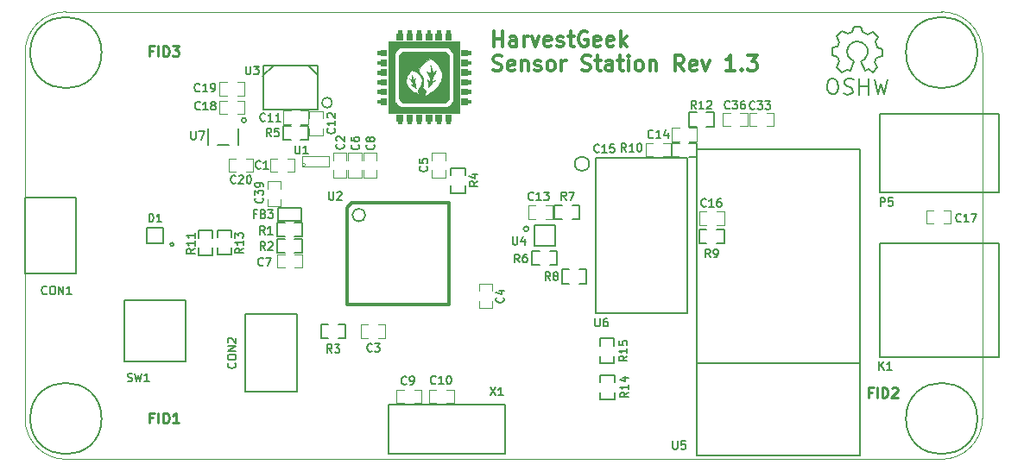
<source format=gto>
G04 #@! TF.FileFunction,Legend,Top*
%FSLAX46Y46*%
G04 Gerber Fmt 4.6, Leading zero omitted, Abs format (unit mm)*
G04 Created by KiCad (PCBNEW (2015-01-16 BZR 5376)-product) date 23/06/2015 14:09:22*
%MOMM*%
G01*
G04 APERTURE LIST*
%ADD10C,0.150000*%
%ADD11C,0.250000*%
%ADD12C,0.200000*%
%ADD13C,0.300000*%
%ADD14C,0.100000*%
%ADD15C,0.304800*%
%ADD16C,0.203200*%
%ADD17C,0.127000*%
%ADD18C,0.119380*%
%ADD19C,0.078740*%
G04 APERTURE END LIST*
D10*
D11*
X72928572Y2571429D02*
X72595238Y2571429D01*
X72595238Y2047619D02*
X72595238Y3047619D01*
X73071429Y3047619D01*
X73452381Y2047619D02*
X73452381Y3047619D01*
X73928571Y2047619D02*
X73928571Y3047619D01*
X74166666Y3047619D01*
X74309524Y3000000D01*
X74404762Y2904762D01*
X74452381Y2809524D01*
X74500000Y2619048D01*
X74500000Y2476190D01*
X74452381Y2285714D01*
X74404762Y2190476D01*
X74309524Y2095238D01*
X74166666Y2047619D01*
X73928571Y2047619D01*
X74880952Y2952381D02*
X74928571Y3000000D01*
X75023809Y3047619D01*
X75261905Y3047619D01*
X75357143Y3000000D01*
X75404762Y2952381D01*
X75452381Y2857143D01*
X75452381Y2761905D01*
X75404762Y2619048D01*
X74833333Y2047619D01*
X75452381Y2047619D01*
X2428572Y36071429D02*
X2095238Y36071429D01*
X2095238Y35547619D02*
X2095238Y36547619D01*
X2571429Y36547619D01*
X2952381Y35547619D02*
X2952381Y36547619D01*
X3428571Y35547619D02*
X3428571Y36547619D01*
X3666666Y36547619D01*
X3809524Y36500000D01*
X3904762Y36404762D01*
X3952381Y36309524D01*
X4000000Y36119048D01*
X4000000Y35976190D01*
X3952381Y35785714D01*
X3904762Y35690476D01*
X3809524Y35595238D01*
X3666666Y35547619D01*
X3428571Y35547619D01*
X4333333Y36547619D02*
X4952381Y36547619D01*
X4619047Y36166667D01*
X4761905Y36166667D01*
X4857143Y36119048D01*
X4904762Y36071429D01*
X4952381Y35976190D01*
X4952381Y35738095D01*
X4904762Y35642857D01*
X4857143Y35595238D01*
X4761905Y35547619D01*
X4476190Y35547619D01*
X4380952Y35595238D01*
X4333333Y35642857D01*
X2428572Y71429D02*
X2095238Y71429D01*
X2095238Y-452381D02*
X2095238Y547619D01*
X2571429Y547619D01*
X2952381Y-452381D02*
X2952381Y547619D01*
X3428571Y-452381D02*
X3428571Y547619D01*
X3666666Y547619D01*
X3809524Y500000D01*
X3904762Y404762D01*
X3952381Y309524D01*
X4000000Y119048D01*
X4000000Y-23810D01*
X3952381Y-214286D01*
X3904762Y-309524D01*
X3809524Y-404762D01*
X3666666Y-452381D01*
X3428571Y-452381D01*
X4952381Y-452381D02*
X4380952Y-452381D01*
X4666666Y-452381D02*
X4666666Y547619D01*
X4571428Y404762D01*
X4476190Y309524D01*
X4380952Y261905D01*
D12*
X20000000Y31000000D02*
G75*
G03X20000000Y31000000I-500000J0D01*
G01*
X45207107Y25000000D02*
G75*
G03X45207107Y25000000I-707107J0D01*
G01*
D13*
X35857143Y36521429D02*
X35857143Y38021429D01*
X35857143Y37307143D02*
X36714286Y37307143D01*
X36714286Y36521429D02*
X36714286Y38021429D01*
X38071429Y36521429D02*
X38071429Y37307143D01*
X38000000Y37450000D01*
X37857143Y37521429D01*
X37571429Y37521429D01*
X37428572Y37450000D01*
X38071429Y36592857D02*
X37928572Y36521429D01*
X37571429Y36521429D01*
X37428572Y36592857D01*
X37357143Y36735714D01*
X37357143Y36878571D01*
X37428572Y37021429D01*
X37571429Y37092857D01*
X37928572Y37092857D01*
X38071429Y37164286D01*
X38785715Y36521429D02*
X38785715Y37521429D01*
X38785715Y37235714D02*
X38857143Y37378571D01*
X38928572Y37450000D01*
X39071429Y37521429D01*
X39214286Y37521429D01*
X39571429Y37521429D02*
X39928572Y36521429D01*
X40285714Y37521429D01*
X41428571Y36592857D02*
X41285714Y36521429D01*
X41000000Y36521429D01*
X40857143Y36592857D01*
X40785714Y36735714D01*
X40785714Y37307143D01*
X40857143Y37450000D01*
X41000000Y37521429D01*
X41285714Y37521429D01*
X41428571Y37450000D01*
X41500000Y37307143D01*
X41500000Y37164286D01*
X40785714Y37021429D01*
X42071428Y36592857D02*
X42214285Y36521429D01*
X42500000Y36521429D01*
X42642857Y36592857D01*
X42714285Y36735714D01*
X42714285Y36807143D01*
X42642857Y36950000D01*
X42500000Y37021429D01*
X42285714Y37021429D01*
X42142857Y37092857D01*
X42071428Y37235714D01*
X42071428Y37307143D01*
X42142857Y37450000D01*
X42285714Y37521429D01*
X42500000Y37521429D01*
X42642857Y37450000D01*
X43142857Y37521429D02*
X43714286Y37521429D01*
X43357143Y38021429D02*
X43357143Y36735714D01*
X43428571Y36592857D01*
X43571429Y36521429D01*
X43714286Y36521429D01*
X45000000Y37950000D02*
X44857143Y38021429D01*
X44642857Y38021429D01*
X44428572Y37950000D01*
X44285714Y37807143D01*
X44214286Y37664286D01*
X44142857Y37378571D01*
X44142857Y37164286D01*
X44214286Y36878571D01*
X44285714Y36735714D01*
X44428572Y36592857D01*
X44642857Y36521429D01*
X44785714Y36521429D01*
X45000000Y36592857D01*
X45071429Y36664286D01*
X45071429Y37164286D01*
X44785714Y37164286D01*
X46285714Y36592857D02*
X46142857Y36521429D01*
X45857143Y36521429D01*
X45714286Y36592857D01*
X45642857Y36735714D01*
X45642857Y37307143D01*
X45714286Y37450000D01*
X45857143Y37521429D01*
X46142857Y37521429D01*
X46285714Y37450000D01*
X46357143Y37307143D01*
X46357143Y37164286D01*
X45642857Y37021429D01*
X47571428Y36592857D02*
X47428571Y36521429D01*
X47142857Y36521429D01*
X47000000Y36592857D01*
X46928571Y36735714D01*
X46928571Y37307143D01*
X47000000Y37450000D01*
X47142857Y37521429D01*
X47428571Y37521429D01*
X47571428Y37450000D01*
X47642857Y37307143D01*
X47642857Y37164286D01*
X46928571Y37021429D01*
X48285714Y36521429D02*
X48285714Y38021429D01*
X48428571Y37092857D02*
X48857142Y36521429D01*
X48857142Y37521429D02*
X48285714Y36950000D01*
X35785714Y34192857D02*
X36000000Y34121429D01*
X36357143Y34121429D01*
X36500000Y34192857D01*
X36571429Y34264286D01*
X36642857Y34407143D01*
X36642857Y34550000D01*
X36571429Y34692857D01*
X36500000Y34764286D01*
X36357143Y34835714D01*
X36071429Y34907143D01*
X35928571Y34978571D01*
X35857143Y35050000D01*
X35785714Y35192857D01*
X35785714Y35335714D01*
X35857143Y35478571D01*
X35928571Y35550000D01*
X36071429Y35621429D01*
X36428571Y35621429D01*
X36642857Y35550000D01*
X37857142Y34192857D02*
X37714285Y34121429D01*
X37428571Y34121429D01*
X37285714Y34192857D01*
X37214285Y34335714D01*
X37214285Y34907143D01*
X37285714Y35050000D01*
X37428571Y35121429D01*
X37714285Y35121429D01*
X37857142Y35050000D01*
X37928571Y34907143D01*
X37928571Y34764286D01*
X37214285Y34621429D01*
X38571428Y35121429D02*
X38571428Y34121429D01*
X38571428Y34978571D02*
X38642856Y35050000D01*
X38785714Y35121429D01*
X38999999Y35121429D01*
X39142856Y35050000D01*
X39214285Y34907143D01*
X39214285Y34121429D01*
X39857142Y34192857D02*
X39999999Y34121429D01*
X40285714Y34121429D01*
X40428571Y34192857D01*
X40499999Y34335714D01*
X40499999Y34407143D01*
X40428571Y34550000D01*
X40285714Y34621429D01*
X40071428Y34621429D01*
X39928571Y34692857D01*
X39857142Y34835714D01*
X39857142Y34907143D01*
X39928571Y35050000D01*
X40071428Y35121429D01*
X40285714Y35121429D01*
X40428571Y35050000D01*
X41357143Y34121429D02*
X41214285Y34192857D01*
X41142857Y34264286D01*
X41071428Y34407143D01*
X41071428Y34835714D01*
X41142857Y34978571D01*
X41214285Y35050000D01*
X41357143Y35121429D01*
X41571428Y35121429D01*
X41714285Y35050000D01*
X41785714Y34978571D01*
X41857143Y34835714D01*
X41857143Y34407143D01*
X41785714Y34264286D01*
X41714285Y34192857D01*
X41571428Y34121429D01*
X41357143Y34121429D01*
X42500000Y34121429D02*
X42500000Y35121429D01*
X42500000Y34835714D02*
X42571428Y34978571D01*
X42642857Y35050000D01*
X42785714Y35121429D01*
X42928571Y35121429D01*
X44499999Y34192857D02*
X44714285Y34121429D01*
X45071428Y34121429D01*
X45214285Y34192857D01*
X45285714Y34264286D01*
X45357142Y34407143D01*
X45357142Y34550000D01*
X45285714Y34692857D01*
X45214285Y34764286D01*
X45071428Y34835714D01*
X44785714Y34907143D01*
X44642856Y34978571D01*
X44571428Y35050000D01*
X44499999Y35192857D01*
X44499999Y35335714D01*
X44571428Y35478571D01*
X44642856Y35550000D01*
X44785714Y35621429D01*
X45142856Y35621429D01*
X45357142Y35550000D01*
X45785713Y35121429D02*
X46357142Y35121429D01*
X45999999Y35621429D02*
X45999999Y34335714D01*
X46071427Y34192857D01*
X46214285Y34121429D01*
X46357142Y34121429D01*
X47499999Y34121429D02*
X47499999Y34907143D01*
X47428570Y35050000D01*
X47285713Y35121429D01*
X46999999Y35121429D01*
X46857142Y35050000D01*
X47499999Y34192857D02*
X47357142Y34121429D01*
X46999999Y34121429D01*
X46857142Y34192857D01*
X46785713Y34335714D01*
X46785713Y34478571D01*
X46857142Y34621429D01*
X46999999Y34692857D01*
X47357142Y34692857D01*
X47499999Y34764286D01*
X47999999Y35121429D02*
X48571428Y35121429D01*
X48214285Y35621429D02*
X48214285Y34335714D01*
X48285713Y34192857D01*
X48428571Y34121429D01*
X48571428Y34121429D01*
X49071428Y34121429D02*
X49071428Y35121429D01*
X49071428Y35621429D02*
X48999999Y35550000D01*
X49071428Y35478571D01*
X49142856Y35550000D01*
X49071428Y35621429D01*
X49071428Y35478571D01*
X50000000Y34121429D02*
X49857142Y34192857D01*
X49785714Y34264286D01*
X49714285Y34407143D01*
X49714285Y34835714D01*
X49785714Y34978571D01*
X49857142Y35050000D01*
X50000000Y35121429D01*
X50214285Y35121429D01*
X50357142Y35050000D01*
X50428571Y34978571D01*
X50500000Y34835714D01*
X50500000Y34407143D01*
X50428571Y34264286D01*
X50357142Y34192857D01*
X50214285Y34121429D01*
X50000000Y34121429D01*
X51142857Y35121429D02*
X51142857Y34121429D01*
X51142857Y34978571D02*
X51214285Y35050000D01*
X51357143Y35121429D01*
X51571428Y35121429D01*
X51714285Y35050000D01*
X51785714Y34907143D01*
X51785714Y34121429D01*
X54500000Y34121429D02*
X54000000Y34835714D01*
X53642857Y34121429D02*
X53642857Y35621429D01*
X54214285Y35621429D01*
X54357143Y35550000D01*
X54428571Y35478571D01*
X54500000Y35335714D01*
X54500000Y35121429D01*
X54428571Y34978571D01*
X54357143Y34907143D01*
X54214285Y34835714D01*
X53642857Y34835714D01*
X55714285Y34192857D02*
X55571428Y34121429D01*
X55285714Y34121429D01*
X55142857Y34192857D01*
X55071428Y34335714D01*
X55071428Y34907143D01*
X55142857Y35050000D01*
X55285714Y35121429D01*
X55571428Y35121429D01*
X55714285Y35050000D01*
X55785714Y34907143D01*
X55785714Y34764286D01*
X55071428Y34621429D01*
X56285714Y35121429D02*
X56642857Y34121429D01*
X56999999Y35121429D01*
X59499999Y34121429D02*
X58642856Y34121429D01*
X59071428Y34121429D02*
X59071428Y35621429D01*
X58928571Y35407143D01*
X58785713Y35264286D01*
X58642856Y35192857D01*
X60142856Y34264286D02*
X60214284Y34192857D01*
X60142856Y34121429D01*
X60071427Y34192857D01*
X60142856Y34264286D01*
X60142856Y34121429D01*
X60714285Y35621429D02*
X61642856Y35621429D01*
X61142856Y35050000D01*
X61357142Y35050000D01*
X61499999Y34978571D01*
X61571428Y34907143D01*
X61642856Y34764286D01*
X61642856Y34407143D01*
X61571428Y34264286D01*
X61499999Y34192857D01*
X61357142Y34121429D01*
X60928570Y34121429D01*
X60785713Y34192857D01*
X60714285Y34264286D01*
D14*
X79767400Y39916100D02*
X-6110000Y39916100D01*
X83767900Y35915600D02*
G75*
G03X79767400Y39916100I-4000500J0D01*
G01*
X83767900Y0D02*
X83767900Y35915600D01*
X79767400Y-4000500D02*
G75*
G03X83767900Y0I0J4000500D01*
G01*
X-6110000Y-4000500D02*
X79767400Y-4000500D01*
X-10110500Y0D02*
G75*
G03X-6110000Y-4000500I4000500J0D01*
G01*
X-10110500Y35915600D02*
X-10110500Y0D01*
X-6110000Y39916100D02*
G75*
G03X-10110500Y35915600I0J-4000500D01*
G01*
D12*
X4476056Y17080478D02*
G75*
G03X4476056Y17080478I-180278J0D01*
G01*
X18578718Y33707818D02*
X18578718Y33657818D01*
X17678718Y34607818D02*
X18578718Y33707818D01*
X14228718Y34657818D02*
X14428718Y34657818D01*
X13178718Y33607818D02*
X14228718Y34657818D01*
X39268718Y18617818D02*
G75*
G03X39268718Y18617818I-250000J0D01*
G01*
D15*
X31432518Y21161618D02*
X31432518Y11154018D01*
X31432518Y11154018D02*
X21424918Y11154018D01*
X21424918Y20679018D02*
X21424918Y11154018D01*
X21907518Y21161618D02*
X31432518Y21161618D01*
X21424918Y20679018D02*
X21907518Y21161618D01*
D16*
X23253718Y19967818D02*
G75*
G03X23253718Y19967818I-635000J0D01*
G01*
D17*
X15328338Y17656318D02*
X14622218Y17656318D01*
X14622218Y17656318D02*
X14622218Y16259318D01*
X14622218Y16259318D02*
X15328338Y16259318D01*
X17035218Y17656318D02*
X16329098Y17656318D01*
X17035218Y17656318D02*
X17035218Y16259318D01*
X17035218Y16259318D02*
X16329098Y16259318D01*
X55728338Y30056318D02*
X55022218Y30056318D01*
X55022218Y30056318D02*
X55022218Y28659318D01*
X55022218Y28659318D02*
X55728338Y28659318D01*
X57435218Y30056318D02*
X56729098Y30056318D01*
X57435218Y30056318D02*
X57435218Y28659318D01*
X57435218Y28659318D02*
X56729098Y28659318D01*
X41329098Y15059318D02*
X42035218Y15059318D01*
X42035218Y15059318D02*
X42035218Y16456318D01*
X42035218Y16456318D02*
X41329098Y16456318D01*
X39622218Y15059318D02*
X40328338Y15059318D01*
X39622218Y15059318D02*
X39622218Y16456318D01*
X39622218Y16456318D02*
X40328338Y16456318D01*
X43529098Y19559318D02*
X44235218Y19559318D01*
X44235218Y19559318D02*
X44235218Y20956318D01*
X44235218Y20956318D02*
X43529098Y20956318D01*
X41822218Y19559318D02*
X42528338Y19559318D01*
X41822218Y19559318D02*
X41822218Y20956318D01*
X41822218Y20956318D02*
X42528338Y20956318D01*
X15928338Y28756318D02*
X15222218Y28756318D01*
X15222218Y28756318D02*
X15222218Y27359318D01*
X15222218Y27359318D02*
X15928338Y27359318D01*
X17635218Y28756318D02*
X16929098Y28756318D01*
X17635218Y28756318D02*
X17635218Y27359318D01*
X17635218Y27359318D02*
X16929098Y27359318D01*
X31630218Y22857438D02*
X31630218Y22151318D01*
X31630218Y22151318D02*
X33027218Y22151318D01*
X33027218Y22151318D02*
X33027218Y22857438D01*
X31630218Y24564318D02*
X31630218Y23858198D01*
X31630218Y24564318D02*
X33027218Y24564318D01*
X33027218Y24564318D02*
X33027218Y23858198D01*
X19628338Y9256318D02*
X18922218Y9256318D01*
X18922218Y9256318D02*
X18922218Y7859318D01*
X18922218Y7859318D02*
X19628338Y7859318D01*
X21335218Y9256318D02*
X20629098Y9256318D01*
X21335218Y9256318D02*
X21335218Y7859318D01*
X21335218Y7859318D02*
X20629098Y7859318D01*
X44229098Y13259318D02*
X44935218Y13259318D01*
X44935218Y13259318D02*
X44935218Y14656318D01*
X44935218Y14656318D02*
X44229098Y14656318D01*
X42522218Y13259318D02*
X43228338Y13259318D01*
X42522218Y13259318D02*
X42522218Y14656318D01*
X42522218Y14656318D02*
X43228338Y14656318D01*
X15328338Y19256318D02*
X14622218Y19256318D01*
X14622218Y19256318D02*
X14622218Y17859318D01*
X14622218Y17859318D02*
X15328338Y17859318D01*
X17035218Y19256318D02*
X16329098Y19256318D01*
X17035218Y19256318D02*
X17035218Y17859318D01*
X17035218Y17859318D02*
X16329098Y17859318D01*
X54028338Y27056318D02*
X53322218Y27056318D01*
X53322218Y27056318D02*
X53322218Y25659318D01*
X53322218Y25659318D02*
X54028338Y25659318D01*
X55735218Y27056318D02*
X55029098Y27056318D01*
X55735218Y27056318D02*
X55735218Y25659318D01*
X55735218Y25659318D02*
X55029098Y25659318D01*
X56728338Y18556318D02*
X56022218Y18556318D01*
X56022218Y18556318D02*
X56022218Y17159318D01*
X56022218Y17159318D02*
X56728338Y17159318D01*
X58435218Y18556318D02*
X57729098Y18556318D01*
X58435218Y18556318D02*
X58435218Y17159318D01*
X58435218Y17159318D02*
X57729098Y17159318D01*
D18*
X39928338Y20908058D02*
X39229838Y20908058D01*
X40929098Y20908058D02*
X41627598Y20908058D01*
X39928338Y19607578D02*
X39229838Y19607578D01*
X41627598Y19607578D02*
X40929098Y19607578D01*
X39229838Y19622818D02*
X39229838Y20892818D01*
X41627598Y20892818D02*
X41627598Y19622818D01*
X24378958Y25358198D02*
X24378958Y26056698D01*
X24378958Y24357438D02*
X24378958Y23658938D01*
X23078478Y25358198D02*
X23078478Y26056698D01*
X23078478Y23658938D02*
X23078478Y24357438D01*
X23093718Y26056698D02*
X24363718Y26056698D01*
X24363718Y23658938D02*
X23093718Y23658938D01*
X24529098Y7907578D02*
X25227598Y7907578D01*
X23528338Y7907578D02*
X22829838Y7907578D01*
X24529098Y9208058D02*
X25227598Y9208058D01*
X22829838Y9208058D02*
X23528338Y9208058D01*
X25227598Y9192818D02*
X25227598Y7922818D01*
X22829838Y7922818D02*
X22829838Y9192818D01*
X34378478Y11557438D02*
X34378478Y10858938D01*
X34378478Y12558198D02*
X34378478Y13256698D01*
X35678958Y11557438D02*
X35678958Y10858938D01*
X35678958Y13256698D02*
X35678958Y12558198D01*
X35663718Y10858938D02*
X34393718Y10858938D01*
X34393718Y13256698D02*
X35663718Y13256698D01*
X31078958Y25358198D02*
X31078958Y26056698D01*
X31078958Y24357438D02*
X31078958Y23658938D01*
X29778478Y25358198D02*
X29778478Y26056698D01*
X29778478Y23658938D02*
X29778478Y24357438D01*
X29793718Y26056698D02*
X31063718Y26056698D01*
X31063718Y23658938D02*
X29793718Y23658938D01*
X22878958Y25358198D02*
X22878958Y26056698D01*
X22878958Y24357438D02*
X22878958Y23658938D01*
X21578478Y25358198D02*
X21578478Y26056698D01*
X21578478Y23658938D02*
X21578478Y24357438D01*
X21593718Y26056698D02*
X22863718Y26056698D01*
X22863718Y23658938D02*
X21593718Y23658938D01*
X16929098Y28907578D02*
X17627598Y28907578D01*
X15928338Y28907578D02*
X15229838Y28907578D01*
X16929098Y30208058D02*
X17627598Y30208058D01*
X15229838Y30208058D02*
X15928338Y30208058D01*
X17627598Y30192818D02*
X17627598Y28922818D01*
X15229838Y28922818D02*
X15229838Y30192818D01*
X54028338Y28508058D02*
X53329838Y28508058D01*
X55029098Y28508058D02*
X55727598Y28508058D01*
X54028338Y27207578D02*
X53329838Y27207578D01*
X55727598Y27207578D02*
X55029098Y27207578D01*
X53329838Y27222818D02*
X53329838Y28492818D01*
X55727598Y28492818D02*
X55727598Y27222818D01*
X51478338Y27058058D02*
X50779838Y27058058D01*
X52479098Y27058058D02*
X53177598Y27058058D01*
X51478338Y25757578D02*
X50779838Y25757578D01*
X53177598Y25757578D02*
X52479098Y25757578D01*
X50779838Y25772818D02*
X50779838Y27042818D01*
X53177598Y27042818D02*
X53177598Y25772818D01*
X57729098Y19007578D02*
X58427598Y19007578D01*
X56728338Y19007578D02*
X56029838Y19007578D01*
X57729098Y20308058D02*
X58427598Y20308058D01*
X56029838Y20308058D02*
X56728338Y20308058D01*
X58427598Y20292818D02*
X58427598Y19022818D01*
X56029838Y19022818D02*
X56029838Y20292818D01*
X79950380Y19124760D02*
X80648880Y19124760D01*
X78949620Y19124760D02*
X78251120Y19124760D01*
X79950380Y20425240D02*
X80648880Y20425240D01*
X78251120Y20425240D02*
X78949620Y20425240D01*
X80648880Y20410000D02*
X80648880Y19140000D01*
X78251120Y19140000D02*
X78251120Y20410000D01*
X14628338Y25508058D02*
X13929838Y25508058D01*
X15629098Y25508058D02*
X16327598Y25508058D01*
X14628338Y24207578D02*
X13929838Y24207578D01*
X16327598Y24207578D02*
X15629098Y24207578D01*
X13929838Y24222818D02*
X13929838Y25492818D01*
X16327598Y25492818D02*
X16327598Y24222818D01*
X21378958Y25358198D02*
X21378958Y26056698D01*
X21378958Y24357438D02*
X21378958Y23658938D01*
X20078478Y25358198D02*
X20078478Y26056698D01*
X20078478Y23658938D02*
X20078478Y24357438D01*
X20093718Y26056698D02*
X21363718Y26056698D01*
X21363718Y23658938D02*
X20093718Y23658938D01*
X62629098Y28707578D02*
X63327598Y28707578D01*
X61628338Y28707578D02*
X60929838Y28707578D01*
X62629098Y30008058D02*
X63327598Y30008058D01*
X60929838Y30008058D02*
X61628338Y30008058D01*
X63327598Y29992818D02*
X63327598Y28722818D01*
X60929838Y28722818D02*
X60929838Y29992818D01*
X59028338Y30008058D02*
X58329838Y30008058D01*
X60029098Y30008058D02*
X60727598Y30008058D01*
X59028338Y28707578D02*
X58329838Y28707578D01*
X60727598Y28707578D02*
X60029098Y28707578D01*
X58329838Y28722818D02*
X58329838Y29992818D01*
X60727598Y29992818D02*
X60727598Y28722818D01*
X30228338Y2808058D02*
X29529838Y2808058D01*
X31229098Y2808058D02*
X31927598Y2808058D01*
X30228338Y1507578D02*
X29529838Y1507578D01*
X31927598Y1507578D02*
X31229098Y1507578D01*
X29529838Y1522818D02*
X29529838Y2792818D01*
X31927598Y2792818D02*
X31927598Y1522818D01*
X19078958Y29458198D02*
X19078958Y30156698D01*
X19078958Y28457438D02*
X19078958Y27758938D01*
X17778478Y29458198D02*
X17778478Y30156698D01*
X17778478Y27758938D02*
X17778478Y28457438D01*
X17793718Y30156698D02*
X19063718Y30156698D01*
X19063718Y27758938D02*
X17793718Y27758938D01*
X15328338Y16108058D02*
X14629838Y16108058D01*
X16329098Y16108058D02*
X17027598Y16108058D01*
X15328338Y14807578D02*
X14629838Y14807578D01*
X17027598Y14807578D02*
X16329098Y14807578D01*
X14629838Y14822818D02*
X14629838Y16092818D01*
X17027598Y16092818D02*
X17027598Y14822818D01*
X28029098Y1507578D02*
X28727598Y1507578D01*
X27028338Y1507578D02*
X26329838Y1507578D01*
X28029098Y2808058D02*
X28727598Y2808058D01*
X26329838Y2808058D02*
X27028338Y2808058D01*
X28727598Y2792818D02*
X28727598Y1522818D01*
X26329838Y1522818D02*
X26329838Y2792818D01*
D10*
X55761618Y5404018D02*
X71761618Y5404018D01*
X71761618Y26404018D02*
X55761618Y26404018D01*
X55761618Y26404018D02*
X55761618Y-3595982D01*
X55761618Y-3595982D02*
X71761618Y-3595982D01*
X71761618Y-3595982D02*
X71761618Y26404018D01*
X25528718Y1357818D02*
X36928718Y1357818D01*
X36928718Y1357818D02*
X36928718Y-3442182D01*
X36928718Y-3442182D02*
X25528718Y-3442182D01*
X25528718Y-3442182D02*
X25528718Y1357818D01*
X-10103962Y21705278D02*
X-10103962Y14205278D01*
X-10103962Y14205278D02*
X-5103962Y14205278D01*
X-5103962Y14205278D02*
X-5103962Y21705278D01*
X-5103962Y21705278D02*
X-10103962Y21705278D01*
D16*
X11488718Y2647818D02*
X11488718Y10267818D01*
X16568718Y10267818D02*
X16568718Y2647818D01*
X16568718Y2647818D02*
X11488718Y2647818D01*
X11488718Y10267818D02*
X16568718Y10267818D01*
D18*
X14978958Y22558198D02*
X14978958Y23256698D01*
X14978958Y21557438D02*
X14978958Y20858938D01*
X13678478Y22558198D02*
X13678478Y23256698D01*
X13678478Y20858938D02*
X13678478Y21557438D01*
X13693718Y23256698D02*
X14963718Y23256698D01*
X14963718Y20858938D02*
X13693718Y20858938D01*
D17*
X14685718Y20692818D02*
X16971718Y20692818D01*
X16971718Y20692818D02*
X16971718Y19422818D01*
X16971718Y19422818D02*
X14685718Y19422818D01*
X14685718Y19422818D02*
X14685718Y20692818D01*
D10*
X85374118Y5991118D02*
X85374118Y17191118D01*
X85374118Y17191118D02*
X73674118Y17191118D01*
X73674118Y17191118D02*
X73674118Y5991118D01*
X73674118Y5991118D02*
X85374118Y5991118D01*
X85383008Y22210228D02*
X85383008Y29910228D01*
X85383008Y29910228D02*
X73683008Y29910228D01*
X73683008Y29910228D02*
X73683008Y22210228D01*
X73683008Y22210228D02*
X85383008Y22210228D01*
X18628718Y34657818D02*
X13228718Y34657818D01*
X13228718Y34657818D02*
X13228718Y30357818D01*
X13228718Y30357818D02*
X18628718Y30357818D01*
X18628718Y30357818D02*
X18628718Y34657818D01*
X39828718Y18957818D02*
X41828718Y18957818D01*
X41828718Y18957818D02*
X41828718Y16957818D01*
X41828718Y16957818D02*
X39828718Y16957818D01*
X39828718Y16957818D02*
X39828718Y18957818D01*
X-343274Y11598998D02*
X5656726Y11598998D01*
X5656726Y11598998D02*
X5656726Y5598998D01*
X5656726Y5598998D02*
X-343274Y5598998D01*
X-343274Y5598998D02*
X-343274Y11598998D01*
D17*
X6892938Y16744778D02*
X6892938Y16038658D01*
X6892938Y16038658D02*
X8289938Y16038658D01*
X8289938Y16038658D02*
X8289938Y16744778D01*
X6892938Y18451658D02*
X6892938Y17745538D01*
X6892938Y18451658D02*
X8289938Y18451658D01*
X8289938Y18451658D02*
X8289938Y17745538D01*
X8724278Y16780338D02*
X8724278Y16074218D01*
X8724278Y16074218D02*
X10121278Y16074218D01*
X10121278Y16074218D02*
X10121278Y16780338D01*
X8724278Y18487218D02*
X8724278Y17781098D01*
X8724278Y18487218D02*
X10121278Y18487218D01*
X10121278Y18487218D02*
X10121278Y17781098D01*
D10*
X45828718Y25557818D02*
X45828718Y10357818D01*
X45828718Y10357818D02*
X54828718Y10357818D01*
X54828718Y10357818D02*
X54828718Y25557818D01*
X54828718Y25557818D02*
X45828718Y25557818D01*
X-2610000Y35915600D02*
G75*
G03X-2610000Y35915600I-3500000J0D01*
G01*
X-2610000Y0D02*
G75*
G03X-2610000Y0I-3500000J0D01*
G01*
X83267400Y0D02*
G75*
G03X83267400Y0I-3500000J0D01*
G01*
X83267400Y35915600D02*
G75*
G03X83267400Y35915600I-3500000J0D01*
G01*
D14*
G36*
X26895429Y29254571D02*
X26831929Y29254571D01*
X26768429Y29254571D01*
X26768429Y29091286D01*
X26768429Y28928000D01*
X26614215Y28928000D01*
X26460000Y28928000D01*
X26460000Y29091286D01*
X26460000Y29254571D01*
X26396500Y29254571D01*
X26333000Y29254571D01*
X26333000Y29535786D01*
X26333000Y29817000D01*
X26614215Y29817000D01*
X26895429Y29817000D01*
X26895429Y29535786D01*
X26895429Y29254571D01*
X26895429Y29254571D01*
X26895429Y29254571D01*
G37*
X26895429Y29254571D02*
X26831929Y29254571D01*
X26768429Y29254571D01*
X26768429Y29091286D01*
X26768429Y28928000D01*
X26614215Y28928000D01*
X26460000Y28928000D01*
X26460000Y29091286D01*
X26460000Y29254571D01*
X26396500Y29254571D01*
X26333000Y29254571D01*
X26333000Y29535786D01*
X26333000Y29817000D01*
X26614215Y29817000D01*
X26895429Y29817000D01*
X26895429Y29535786D01*
X26895429Y29254571D01*
X26895429Y29254571D01*
G36*
X27838858Y29254571D02*
X27775358Y29254571D01*
X27711858Y29254571D01*
X27711858Y29091286D01*
X27711858Y28928000D01*
X27557643Y28928000D01*
X27403429Y28928000D01*
X27403429Y29091286D01*
X27403429Y29254571D01*
X27349000Y29254571D01*
X27294572Y29254571D01*
X27294572Y29535786D01*
X27294572Y29817000D01*
X27566715Y29817000D01*
X27838858Y29817000D01*
X27838858Y29535786D01*
X27838858Y29254571D01*
X27838858Y29254571D01*
X27838858Y29254571D01*
G37*
X27838858Y29254571D02*
X27775358Y29254571D01*
X27711858Y29254571D01*
X27711858Y29091286D01*
X27711858Y28928000D01*
X27557643Y28928000D01*
X27403429Y28928000D01*
X27403429Y29091286D01*
X27403429Y29254571D01*
X27349000Y29254571D01*
X27294572Y29254571D01*
X27294572Y29535786D01*
X27294572Y29817000D01*
X27566715Y29817000D01*
X27838858Y29817000D01*
X27838858Y29535786D01*
X27838858Y29254571D01*
X27838858Y29254571D01*
G36*
X28782286Y29254571D02*
X28727858Y29254571D01*
X28673429Y29254571D01*
X28673429Y29091286D01*
X28673429Y28928000D01*
X28519215Y28928000D01*
X28365000Y28928000D01*
X28365000Y29091286D01*
X28365000Y29254571D01*
X28301500Y29254571D01*
X28238000Y29254571D01*
X28238000Y29535786D01*
X28238000Y29817000D01*
X28510143Y29817000D01*
X28782286Y29817000D01*
X28782286Y29535786D01*
X28782286Y29254571D01*
X28782286Y29254571D01*
X28782286Y29254571D01*
G37*
X28782286Y29254571D02*
X28727858Y29254571D01*
X28673429Y29254571D01*
X28673429Y29091286D01*
X28673429Y28928000D01*
X28519215Y28928000D01*
X28365000Y28928000D01*
X28365000Y29091286D01*
X28365000Y29254571D01*
X28301500Y29254571D01*
X28238000Y29254571D01*
X28238000Y29535786D01*
X28238000Y29817000D01*
X28510143Y29817000D01*
X28782286Y29817000D01*
X28782286Y29535786D01*
X28782286Y29254571D01*
X28782286Y29254571D01*
G36*
X29743858Y29254571D02*
X29680358Y29254571D01*
X29616858Y29254571D01*
X29616858Y29091286D01*
X29616858Y28928000D01*
X29462643Y28928000D01*
X29308429Y28928000D01*
X29308429Y29091286D01*
X29308429Y29254571D01*
X29254000Y29254571D01*
X29199572Y29254571D01*
X29199572Y29535786D01*
X29199572Y29817000D01*
X29471715Y29817000D01*
X29743858Y29817000D01*
X29743858Y29535786D01*
X29743858Y29254571D01*
X29743858Y29254571D01*
X29743858Y29254571D01*
G37*
X29743858Y29254571D02*
X29680358Y29254571D01*
X29616858Y29254571D01*
X29616858Y29091286D01*
X29616858Y28928000D01*
X29462643Y28928000D01*
X29308429Y28928000D01*
X29308429Y29091286D01*
X29308429Y29254571D01*
X29254000Y29254571D01*
X29199572Y29254571D01*
X29199572Y29535786D01*
X29199572Y29817000D01*
X29471715Y29817000D01*
X29743858Y29817000D01*
X29743858Y29535786D01*
X29743858Y29254571D01*
X29743858Y29254571D01*
G36*
X30687286Y29254571D02*
X30632858Y29254571D01*
X30578429Y29254571D01*
X30578429Y29091286D01*
X30578429Y28928000D01*
X30424215Y28928000D01*
X30270000Y28928000D01*
X30270000Y29091286D01*
X30270000Y29254571D01*
X30206500Y29254571D01*
X30143000Y29254571D01*
X30143000Y29535786D01*
X30143000Y29817000D01*
X30415143Y29817000D01*
X30687286Y29817000D01*
X30687286Y29535786D01*
X30687286Y29254571D01*
X30687286Y29254571D01*
X30687286Y29254571D01*
G37*
X30687286Y29254571D02*
X30632858Y29254571D01*
X30578429Y29254571D01*
X30578429Y29091286D01*
X30578429Y28928000D01*
X30424215Y28928000D01*
X30270000Y28928000D01*
X30270000Y29091286D01*
X30270000Y29254571D01*
X30206500Y29254571D01*
X30143000Y29254571D01*
X30143000Y29535786D01*
X30143000Y29817000D01*
X30415143Y29817000D01*
X30687286Y29817000D01*
X30687286Y29535786D01*
X30687286Y29254571D01*
X30687286Y29254571D01*
G36*
X31648858Y29254571D02*
X31585358Y29254571D01*
X31521858Y29254571D01*
X31521858Y29091286D01*
X31521858Y28928000D01*
X31367643Y28928000D01*
X31213429Y28928000D01*
X31213429Y29091286D01*
X31213429Y29254571D01*
X31159000Y29254571D01*
X31104572Y29254571D01*
X31104572Y29535786D01*
X31104572Y29817000D01*
X31376715Y29817000D01*
X31648858Y29817000D01*
X31648858Y29535786D01*
X31648858Y29254571D01*
X31648858Y29254571D01*
X31648858Y29254571D01*
G37*
X31648858Y29254571D02*
X31585358Y29254571D01*
X31521858Y29254571D01*
X31521858Y29091286D01*
X31521858Y28928000D01*
X31367643Y28928000D01*
X31213429Y28928000D01*
X31213429Y29091286D01*
X31213429Y29254571D01*
X31159000Y29254571D01*
X31104572Y29254571D01*
X31104572Y29535786D01*
X31104572Y29817000D01*
X31376715Y29817000D01*
X31648858Y29817000D01*
X31648858Y29535786D01*
X31648858Y29254571D01*
X31648858Y29254571D01*
G36*
X32465286Y29998429D02*
X31884715Y29998429D01*
X31884715Y33509071D01*
X31884669Y33853834D01*
X31884519Y34164099D01*
X31884245Y34441655D01*
X31883828Y34688290D01*
X31883248Y34905792D01*
X31882486Y35095950D01*
X31881522Y35260552D01*
X31880337Y35401386D01*
X31878911Y35520240D01*
X31877225Y35618903D01*
X31875259Y35699163D01*
X31872994Y35762807D01*
X31870410Y35811625D01*
X31867488Y35847405D01*
X31864208Y35871934D01*
X31860551Y35887001D01*
X31858750Y35891222D01*
X31836980Y35920424D01*
X31793960Y35969063D01*
X31734882Y36031975D01*
X31664940Y36103993D01*
X31589327Y36179951D01*
X31513237Y36254683D01*
X31441864Y36323025D01*
X31380399Y36379810D01*
X31334038Y36419872D01*
X31309872Y36437183D01*
X31291235Y36440427D01*
X31248076Y36443356D01*
X31179386Y36445978D01*
X31084160Y36448303D01*
X30961391Y36450339D01*
X30810071Y36452094D01*
X30629194Y36453579D01*
X30417753Y36454801D01*
X30174742Y36455768D01*
X29899153Y36456491D01*
X29589979Y36456977D01*
X29246215Y36457236D01*
X28991221Y36457286D01*
X28650633Y36457239D01*
X28344522Y36457084D01*
X28071076Y36456803D01*
X27828487Y36456373D01*
X27614943Y36455776D01*
X27428636Y36454990D01*
X27267756Y36453997D01*
X27130492Y36452774D01*
X27015036Y36451304D01*
X26919576Y36449564D01*
X26842304Y36447535D01*
X26781408Y36445197D01*
X26735081Y36442530D01*
X26701511Y36439513D01*
X26678889Y36436127D01*
X26665405Y36432351D01*
X26663207Y36431321D01*
X26634005Y36409551D01*
X26585366Y36366531D01*
X26522454Y36307453D01*
X26450436Y36237511D01*
X26374478Y36161898D01*
X26299746Y36085808D01*
X26231404Y36014434D01*
X26174619Y35952970D01*
X26134557Y35906609D01*
X26117246Y35882443D01*
X26114033Y35863902D01*
X26111130Y35820899D01*
X26108527Y35752433D01*
X26106216Y35657503D01*
X26104188Y35535110D01*
X26102436Y35384252D01*
X26100949Y35203930D01*
X26099720Y34993143D01*
X26098741Y34750891D01*
X26098002Y34476173D01*
X26097496Y34167990D01*
X26097214Y33825340D01*
X26097143Y33518613D01*
X26097156Y33180472D01*
X26097212Y32876713D01*
X26097341Y32605431D01*
X26097568Y32364720D01*
X26097923Y32152677D01*
X26098434Y31967396D01*
X26099127Y31806974D01*
X26100031Y31669506D01*
X26101175Y31553087D01*
X26102585Y31455812D01*
X26104290Y31375778D01*
X26106317Y31311079D01*
X26108694Y31259810D01*
X26111450Y31220069D01*
X26114612Y31189948D01*
X26118207Y31167545D01*
X26122265Y31150955D01*
X26126812Y31138273D01*
X26131877Y31127594D01*
X26132133Y31127099D01*
X26155600Y31094222D01*
X26200204Y31041981D01*
X26260598Y30975813D01*
X26331433Y30901154D01*
X26407360Y30823442D01*
X26483030Y30748114D01*
X26553096Y30680605D01*
X26612207Y30626355D01*
X26655016Y30590799D01*
X26668643Y30581726D01*
X26692057Y30578724D01*
X26749091Y30575946D01*
X26837080Y30573391D01*
X26953361Y30571060D01*
X27095269Y30568953D01*
X27260138Y30567071D01*
X27445305Y30565414D01*
X27648105Y30563983D01*
X27865873Y30562779D01*
X28095944Y30561801D01*
X28335655Y30561050D01*
X28582339Y30560526D01*
X28833334Y30560230D01*
X29085974Y30560163D01*
X29337594Y30560325D01*
X29585530Y30560715D01*
X29827118Y30561336D01*
X30059692Y30562187D01*
X30280588Y30563268D01*
X30487142Y30564580D01*
X30676689Y30566124D01*
X30846564Y30567899D01*
X30994103Y30569907D01*
X31116641Y30572148D01*
X31211514Y30574621D01*
X31276056Y30577329D01*
X31307603Y30580270D01*
X31309872Y30580959D01*
X31338666Y30602053D01*
X31387129Y30644411D01*
X31450067Y30702867D01*
X31522287Y30772255D01*
X31598595Y30847411D01*
X31673799Y30923167D01*
X31742703Y30994359D01*
X31800116Y31055819D01*
X31840844Y31102384D01*
X31858750Y31126920D01*
X31862586Y31138261D01*
X31866035Y31158247D01*
X31869118Y31188666D01*
X31871854Y31231307D01*
X31874263Y31287958D01*
X31876363Y31360407D01*
X31878174Y31450443D01*
X31879717Y31559853D01*
X31881010Y31690427D01*
X31882072Y31843951D01*
X31882924Y32022215D01*
X31883585Y32227006D01*
X31884074Y32460114D01*
X31884411Y32723325D01*
X31884615Y33018429D01*
X31884706Y33347214D01*
X31884715Y33509071D01*
X31884715Y29998429D01*
X28990929Y29998429D01*
X25516572Y29998429D01*
X25516572Y33518143D01*
X25516572Y37037857D01*
X28990929Y37037857D01*
X32465286Y37037857D01*
X32465286Y33518143D01*
X32465286Y29998429D01*
X32465286Y29998429D01*
X32465286Y29998429D01*
G37*
X32465286Y29998429D02*
X31884715Y29998429D01*
X31884715Y33509071D01*
X31884669Y33853834D01*
X31884519Y34164099D01*
X31884245Y34441655D01*
X31883828Y34688290D01*
X31883248Y34905792D01*
X31882486Y35095950D01*
X31881522Y35260552D01*
X31880337Y35401386D01*
X31878911Y35520240D01*
X31877225Y35618903D01*
X31875259Y35699163D01*
X31872994Y35762807D01*
X31870410Y35811625D01*
X31867488Y35847405D01*
X31864208Y35871934D01*
X31860551Y35887001D01*
X31858750Y35891222D01*
X31836980Y35920424D01*
X31793960Y35969063D01*
X31734882Y36031975D01*
X31664940Y36103993D01*
X31589327Y36179951D01*
X31513237Y36254683D01*
X31441864Y36323025D01*
X31380399Y36379810D01*
X31334038Y36419872D01*
X31309872Y36437183D01*
X31291235Y36440427D01*
X31248076Y36443356D01*
X31179386Y36445978D01*
X31084160Y36448303D01*
X30961391Y36450339D01*
X30810071Y36452094D01*
X30629194Y36453579D01*
X30417753Y36454801D01*
X30174742Y36455768D01*
X29899153Y36456491D01*
X29589979Y36456977D01*
X29246215Y36457236D01*
X28991221Y36457286D01*
X28650633Y36457239D01*
X28344522Y36457084D01*
X28071076Y36456803D01*
X27828487Y36456373D01*
X27614943Y36455776D01*
X27428636Y36454990D01*
X27267756Y36453997D01*
X27130492Y36452774D01*
X27015036Y36451304D01*
X26919576Y36449564D01*
X26842304Y36447535D01*
X26781408Y36445197D01*
X26735081Y36442530D01*
X26701511Y36439513D01*
X26678889Y36436127D01*
X26665405Y36432351D01*
X26663207Y36431321D01*
X26634005Y36409551D01*
X26585366Y36366531D01*
X26522454Y36307453D01*
X26450436Y36237511D01*
X26374478Y36161898D01*
X26299746Y36085808D01*
X26231404Y36014434D01*
X26174619Y35952970D01*
X26134557Y35906609D01*
X26117246Y35882443D01*
X26114033Y35863902D01*
X26111130Y35820899D01*
X26108527Y35752433D01*
X26106216Y35657503D01*
X26104188Y35535110D01*
X26102436Y35384252D01*
X26100949Y35203930D01*
X26099720Y34993143D01*
X26098741Y34750891D01*
X26098002Y34476173D01*
X26097496Y34167990D01*
X26097214Y33825340D01*
X26097143Y33518613D01*
X26097156Y33180472D01*
X26097212Y32876713D01*
X26097341Y32605431D01*
X26097568Y32364720D01*
X26097923Y32152677D01*
X26098434Y31967396D01*
X26099127Y31806974D01*
X26100031Y31669506D01*
X26101175Y31553087D01*
X26102585Y31455812D01*
X26104290Y31375778D01*
X26106317Y31311079D01*
X26108694Y31259810D01*
X26111450Y31220069D01*
X26114612Y31189948D01*
X26118207Y31167545D01*
X26122265Y31150955D01*
X26126812Y31138273D01*
X26131877Y31127594D01*
X26132133Y31127099D01*
X26155600Y31094222D01*
X26200204Y31041981D01*
X26260598Y30975813D01*
X26331433Y30901154D01*
X26407360Y30823442D01*
X26483030Y30748114D01*
X26553096Y30680605D01*
X26612207Y30626355D01*
X26655016Y30590799D01*
X26668643Y30581726D01*
X26692057Y30578724D01*
X26749091Y30575946D01*
X26837080Y30573391D01*
X26953361Y30571060D01*
X27095269Y30568953D01*
X27260138Y30567071D01*
X27445305Y30565414D01*
X27648105Y30563983D01*
X27865873Y30562779D01*
X28095944Y30561801D01*
X28335655Y30561050D01*
X28582339Y30560526D01*
X28833334Y30560230D01*
X29085974Y30560163D01*
X29337594Y30560325D01*
X29585530Y30560715D01*
X29827118Y30561336D01*
X30059692Y30562187D01*
X30280588Y30563268D01*
X30487142Y30564580D01*
X30676689Y30566124D01*
X30846564Y30567899D01*
X30994103Y30569907D01*
X31116641Y30572148D01*
X31211514Y30574621D01*
X31276056Y30577329D01*
X31307603Y30580270D01*
X31309872Y30580959D01*
X31338666Y30602053D01*
X31387129Y30644411D01*
X31450067Y30702867D01*
X31522287Y30772255D01*
X31598595Y30847411D01*
X31673799Y30923167D01*
X31742703Y30994359D01*
X31800116Y31055819D01*
X31840844Y31102384D01*
X31858750Y31126920D01*
X31862586Y31138261D01*
X31866035Y31158247D01*
X31869118Y31188666D01*
X31871854Y31231307D01*
X31874263Y31287958D01*
X31876363Y31360407D01*
X31878174Y31450443D01*
X31879717Y31559853D01*
X31881010Y31690427D01*
X31882072Y31843951D01*
X31882924Y32022215D01*
X31883585Y32227006D01*
X31884074Y32460114D01*
X31884411Y32723325D01*
X31884615Y33018429D01*
X31884706Y33347214D01*
X31884715Y33509071D01*
X31884715Y29998429D01*
X28990929Y29998429D01*
X25516572Y29998429D01*
X25516572Y33518143D01*
X25516572Y37037857D01*
X28990929Y37037857D01*
X32465286Y37037857D01*
X32465286Y33518143D01*
X32465286Y29998429D01*
X32465286Y29998429D01*
G36*
X25298858Y30851143D02*
X25017643Y30851143D01*
X24736429Y30851143D01*
X24736429Y30914643D01*
X24736429Y30978143D01*
X24573143Y30978143D01*
X24409858Y30978143D01*
X24409858Y31132357D01*
X24409858Y31286571D01*
X24573143Y31286571D01*
X24736429Y31286571D01*
X24736429Y31350071D01*
X24736429Y31413571D01*
X25017643Y31413571D01*
X25298858Y31413571D01*
X25298858Y31132357D01*
X25298858Y30851143D01*
X25298858Y30851143D01*
X25298858Y30851143D01*
G37*
X25298858Y30851143D02*
X25017643Y30851143D01*
X24736429Y30851143D01*
X24736429Y30914643D01*
X24736429Y30978143D01*
X24573143Y30978143D01*
X24409858Y30978143D01*
X24409858Y31132357D01*
X24409858Y31286571D01*
X24573143Y31286571D01*
X24736429Y31286571D01*
X24736429Y31350071D01*
X24736429Y31413571D01*
X25017643Y31413571D01*
X25298858Y31413571D01*
X25298858Y31132357D01*
X25298858Y30851143D01*
X25298858Y30851143D01*
G36*
X33590143Y30978143D02*
X33417786Y30978143D01*
X33245429Y30978143D01*
X33245429Y30914643D01*
X33245429Y30851143D01*
X32964215Y30851143D01*
X32683000Y30851143D01*
X32683000Y31132357D01*
X32683000Y31413571D01*
X32964215Y31413571D01*
X33245429Y31413571D01*
X33245429Y31350071D01*
X33245429Y31286571D01*
X33417786Y31286571D01*
X33590143Y31286571D01*
X33590143Y31132357D01*
X33590143Y30978143D01*
X33590143Y30978143D01*
X33590143Y30978143D01*
G37*
X33590143Y30978143D02*
X33417786Y30978143D01*
X33245429Y30978143D01*
X33245429Y30914643D01*
X33245429Y30851143D01*
X32964215Y30851143D01*
X32683000Y30851143D01*
X32683000Y31132357D01*
X32683000Y31413571D01*
X32964215Y31413571D01*
X33245429Y31413571D01*
X33245429Y31350071D01*
X33245429Y31286571D01*
X33417786Y31286571D01*
X33590143Y31286571D01*
X33590143Y31132357D01*
X33590143Y30978143D01*
X33590143Y30978143D01*
G36*
X25298858Y31812714D02*
X25017643Y31812714D01*
X24736429Y31812714D01*
X24736429Y31867143D01*
X24736429Y31921571D01*
X24573143Y31921571D01*
X24409858Y31921571D01*
X24409858Y32075786D01*
X24409858Y32230000D01*
X24573143Y32230000D01*
X24736429Y32230000D01*
X24736429Y32293500D01*
X24736429Y32357000D01*
X25017643Y32357000D01*
X25298858Y32357000D01*
X25298858Y32084857D01*
X25298858Y31812714D01*
X25298858Y31812714D01*
X25298858Y31812714D01*
G37*
X25298858Y31812714D02*
X25017643Y31812714D01*
X24736429Y31812714D01*
X24736429Y31867143D01*
X24736429Y31921571D01*
X24573143Y31921571D01*
X24409858Y31921571D01*
X24409858Y32075786D01*
X24409858Y32230000D01*
X24573143Y32230000D01*
X24736429Y32230000D01*
X24736429Y32293500D01*
X24736429Y32357000D01*
X25017643Y32357000D01*
X25298858Y32357000D01*
X25298858Y32084857D01*
X25298858Y31812714D01*
X25298858Y31812714D01*
G36*
X33590143Y31921571D02*
X33417786Y31921571D01*
X33245429Y31921571D01*
X33245429Y31867143D01*
X33245429Y31812714D01*
X32964215Y31812714D01*
X32683000Y31812714D01*
X32683000Y32084857D01*
X32683000Y32357000D01*
X32964215Y32357000D01*
X33245429Y32357000D01*
X33245429Y32293500D01*
X33245429Y32230000D01*
X33417786Y32230000D01*
X33590143Y32230000D01*
X33590143Y32075786D01*
X33590143Y31921571D01*
X33590143Y31921571D01*
X33590143Y31921571D01*
G37*
X33590143Y31921571D02*
X33417786Y31921571D01*
X33245429Y31921571D01*
X33245429Y31867143D01*
X33245429Y31812714D01*
X32964215Y31812714D01*
X32683000Y31812714D01*
X32683000Y32084857D01*
X32683000Y32357000D01*
X32964215Y32357000D01*
X33245429Y32357000D01*
X33245429Y32293500D01*
X33245429Y32230000D01*
X33417786Y32230000D01*
X33590143Y32230000D01*
X33590143Y32075786D01*
X33590143Y31921571D01*
X33590143Y31921571D01*
G36*
X25298858Y32756143D02*
X25017643Y32756143D01*
X24736429Y32756143D01*
X24736429Y32819643D01*
X24736429Y32883143D01*
X24573143Y32883143D01*
X24409858Y32883143D01*
X24409858Y33037357D01*
X24409858Y33191571D01*
X24573143Y33191571D01*
X24736429Y33191571D01*
X24736429Y33246000D01*
X24736429Y33300429D01*
X25017643Y33300429D01*
X25298858Y33300429D01*
X25298858Y33028286D01*
X25298858Y32756143D01*
X25298858Y32756143D01*
X25298858Y32756143D01*
G37*
X25298858Y32756143D02*
X25017643Y32756143D01*
X24736429Y32756143D01*
X24736429Y32819643D01*
X24736429Y32883143D01*
X24573143Y32883143D01*
X24409858Y32883143D01*
X24409858Y33037357D01*
X24409858Y33191571D01*
X24573143Y33191571D01*
X24736429Y33191571D01*
X24736429Y33246000D01*
X24736429Y33300429D01*
X25017643Y33300429D01*
X25298858Y33300429D01*
X25298858Y33028286D01*
X25298858Y32756143D01*
X25298858Y32756143D01*
G36*
X33590143Y32883143D02*
X33417786Y32883143D01*
X33245429Y32883143D01*
X33245429Y32819643D01*
X33245429Y32756143D01*
X32964215Y32756143D01*
X32683000Y32756143D01*
X32683000Y33028286D01*
X32683000Y33300429D01*
X32964215Y33300429D01*
X33245429Y33300429D01*
X33245429Y33246000D01*
X33245429Y33191571D01*
X33417786Y33191571D01*
X33590143Y33191571D01*
X33590143Y33037357D01*
X33590143Y32883143D01*
X33590143Y32883143D01*
X33590143Y32883143D01*
G37*
X33590143Y32883143D02*
X33417786Y32883143D01*
X33245429Y32883143D01*
X33245429Y32819643D01*
X33245429Y32756143D01*
X32964215Y32756143D01*
X32683000Y32756143D01*
X32683000Y33028286D01*
X32683000Y33300429D01*
X32964215Y33300429D01*
X33245429Y33300429D01*
X33245429Y33246000D01*
X33245429Y33191571D01*
X33417786Y33191571D01*
X33590143Y33191571D01*
X33590143Y33037357D01*
X33590143Y32883143D01*
X33590143Y32883143D01*
G36*
X25298858Y33717714D02*
X25017643Y33717714D01*
X24736429Y33717714D01*
X24736429Y33772143D01*
X24736429Y33826571D01*
X24573143Y33826571D01*
X24409858Y33826571D01*
X24409858Y33980786D01*
X24409858Y34135000D01*
X24573143Y34135000D01*
X24736429Y34135000D01*
X24736429Y34198500D01*
X24736429Y34262000D01*
X25017643Y34262000D01*
X25298858Y34262000D01*
X25298858Y33989857D01*
X25298858Y33717714D01*
X25298858Y33717714D01*
X25298858Y33717714D01*
G37*
X25298858Y33717714D02*
X25017643Y33717714D01*
X24736429Y33717714D01*
X24736429Y33772143D01*
X24736429Y33826571D01*
X24573143Y33826571D01*
X24409858Y33826571D01*
X24409858Y33980786D01*
X24409858Y34135000D01*
X24573143Y34135000D01*
X24736429Y34135000D01*
X24736429Y34198500D01*
X24736429Y34262000D01*
X25017643Y34262000D01*
X25298858Y34262000D01*
X25298858Y33989857D01*
X25298858Y33717714D01*
X25298858Y33717714D01*
G36*
X33590143Y33826571D02*
X33417786Y33826571D01*
X33245429Y33826571D01*
X33245429Y33772143D01*
X33245429Y33717714D01*
X32964215Y33717714D01*
X32683000Y33717714D01*
X32683000Y33989857D01*
X32683000Y34262000D01*
X32964215Y34262000D01*
X33245429Y34262000D01*
X33245429Y34198500D01*
X33245429Y34135000D01*
X33417786Y34135000D01*
X33590143Y34135000D01*
X33590143Y33980786D01*
X33590143Y33826571D01*
X33590143Y33826571D01*
X33590143Y33826571D01*
G37*
X33590143Y33826571D02*
X33417786Y33826571D01*
X33245429Y33826571D01*
X33245429Y33772143D01*
X33245429Y33717714D01*
X32964215Y33717714D01*
X32683000Y33717714D01*
X32683000Y33989857D01*
X32683000Y34262000D01*
X32964215Y34262000D01*
X33245429Y34262000D01*
X33245429Y34198500D01*
X33245429Y34135000D01*
X33417786Y34135000D01*
X33590143Y34135000D01*
X33590143Y33980786D01*
X33590143Y33826571D01*
X33590143Y33826571D01*
G36*
X25298858Y34661143D02*
X25017643Y34661143D01*
X24736429Y34661143D01*
X24736429Y34724643D01*
X24736429Y34788143D01*
X24573143Y34788143D01*
X24409858Y34788143D01*
X24409858Y34942357D01*
X24409858Y35096571D01*
X24573143Y35096571D01*
X24736429Y35096571D01*
X24736429Y35151000D01*
X24736429Y35205429D01*
X25017643Y35205429D01*
X25298858Y35205429D01*
X25298858Y34933286D01*
X25298858Y34661143D01*
X25298858Y34661143D01*
X25298858Y34661143D01*
G37*
X25298858Y34661143D02*
X25017643Y34661143D01*
X24736429Y34661143D01*
X24736429Y34724643D01*
X24736429Y34788143D01*
X24573143Y34788143D01*
X24409858Y34788143D01*
X24409858Y34942357D01*
X24409858Y35096571D01*
X24573143Y35096571D01*
X24736429Y35096571D01*
X24736429Y35151000D01*
X24736429Y35205429D01*
X25017643Y35205429D01*
X25298858Y35205429D01*
X25298858Y34933286D01*
X25298858Y34661143D01*
X25298858Y34661143D01*
G36*
X33590143Y34788143D02*
X33417786Y34788143D01*
X33245429Y34788143D01*
X33245429Y34724643D01*
X33245429Y34661143D01*
X32964215Y34661143D01*
X32683000Y34661143D01*
X32683000Y34933286D01*
X32683000Y35205429D01*
X32964215Y35205429D01*
X33245429Y35205429D01*
X33245429Y35151000D01*
X33245429Y35096571D01*
X33417786Y35096571D01*
X33590143Y35096571D01*
X33590143Y34942357D01*
X33590143Y34788143D01*
X33590143Y34788143D01*
X33590143Y34788143D01*
G37*
X33590143Y34788143D02*
X33417786Y34788143D01*
X33245429Y34788143D01*
X33245429Y34724643D01*
X33245429Y34661143D01*
X32964215Y34661143D01*
X32683000Y34661143D01*
X32683000Y34933286D01*
X32683000Y35205429D01*
X32964215Y35205429D01*
X33245429Y35205429D01*
X33245429Y35151000D01*
X33245429Y35096571D01*
X33417786Y35096571D01*
X33590143Y35096571D01*
X33590143Y34942357D01*
X33590143Y34788143D01*
X33590143Y34788143D01*
G36*
X25298858Y35622714D02*
X25017643Y35622714D01*
X24736429Y35622714D01*
X24736429Y35677143D01*
X24736429Y35731571D01*
X24573143Y35731571D01*
X24409858Y35731571D01*
X24409858Y35885786D01*
X24409858Y36040000D01*
X24573143Y36040000D01*
X24736429Y36040000D01*
X24736429Y36103500D01*
X24736429Y36167000D01*
X25017643Y36167000D01*
X25298858Y36167000D01*
X25298858Y35894857D01*
X25298858Y35622714D01*
X25298858Y35622714D01*
X25298858Y35622714D01*
G37*
X25298858Y35622714D02*
X25017643Y35622714D01*
X24736429Y35622714D01*
X24736429Y35677143D01*
X24736429Y35731571D01*
X24573143Y35731571D01*
X24409858Y35731571D01*
X24409858Y35885786D01*
X24409858Y36040000D01*
X24573143Y36040000D01*
X24736429Y36040000D01*
X24736429Y36103500D01*
X24736429Y36167000D01*
X25017643Y36167000D01*
X25298858Y36167000D01*
X25298858Y35894857D01*
X25298858Y35622714D01*
X25298858Y35622714D01*
G36*
X33590143Y35731571D02*
X33417786Y35731571D01*
X33245429Y35731571D01*
X33245429Y35677143D01*
X33245429Y35622714D01*
X32964215Y35622714D01*
X32683000Y35622714D01*
X32683000Y35894857D01*
X32683000Y36167000D01*
X32964215Y36167000D01*
X33245429Y36167000D01*
X33245429Y36103500D01*
X33245429Y36040000D01*
X33417786Y36040000D01*
X33590143Y36040000D01*
X33590143Y35885786D01*
X33590143Y35731571D01*
X33590143Y35731571D01*
X33590143Y35731571D01*
G37*
X33590143Y35731571D02*
X33417786Y35731571D01*
X33245429Y35731571D01*
X33245429Y35677143D01*
X33245429Y35622714D01*
X32964215Y35622714D01*
X32683000Y35622714D01*
X32683000Y35894857D01*
X32683000Y36167000D01*
X32964215Y36167000D01*
X33245429Y36167000D01*
X33245429Y36103500D01*
X33245429Y36040000D01*
X33417786Y36040000D01*
X33590143Y36040000D01*
X33590143Y35885786D01*
X33590143Y35731571D01*
X33590143Y35731571D01*
G36*
X26895429Y37201143D02*
X26614215Y37201143D01*
X26333000Y37201143D01*
X26333000Y37482357D01*
X26333000Y37763571D01*
X26396500Y37763571D01*
X26460000Y37763571D01*
X26460000Y37935929D01*
X26460000Y38108286D01*
X26614215Y38108286D01*
X26768429Y38108286D01*
X26768429Y37935929D01*
X26768429Y37763571D01*
X26831929Y37763571D01*
X26895429Y37763571D01*
X26895429Y37482357D01*
X26895429Y37201143D01*
X26895429Y37201143D01*
X26895429Y37201143D01*
G37*
X26895429Y37201143D02*
X26614215Y37201143D01*
X26333000Y37201143D01*
X26333000Y37482357D01*
X26333000Y37763571D01*
X26396500Y37763571D01*
X26460000Y37763571D01*
X26460000Y37935929D01*
X26460000Y38108286D01*
X26614215Y38108286D01*
X26768429Y38108286D01*
X26768429Y37935929D01*
X26768429Y37763571D01*
X26831929Y37763571D01*
X26895429Y37763571D01*
X26895429Y37482357D01*
X26895429Y37201143D01*
X26895429Y37201143D01*
G36*
X27838858Y37201143D02*
X27566715Y37201143D01*
X27294572Y37201143D01*
X27294572Y37482357D01*
X27294572Y37763571D01*
X27349000Y37763571D01*
X27403429Y37763571D01*
X27403429Y37935929D01*
X27403429Y38108286D01*
X27557643Y38108286D01*
X27711858Y38108286D01*
X27711858Y37935929D01*
X27711858Y37763571D01*
X27775358Y37763571D01*
X27838858Y37763571D01*
X27838858Y37482357D01*
X27838858Y37201143D01*
X27838858Y37201143D01*
X27838858Y37201143D01*
G37*
X27838858Y37201143D02*
X27566715Y37201143D01*
X27294572Y37201143D01*
X27294572Y37482357D01*
X27294572Y37763571D01*
X27349000Y37763571D01*
X27403429Y37763571D01*
X27403429Y37935929D01*
X27403429Y38108286D01*
X27557643Y38108286D01*
X27711858Y38108286D01*
X27711858Y37935929D01*
X27711858Y37763571D01*
X27775358Y37763571D01*
X27838858Y37763571D01*
X27838858Y37482357D01*
X27838858Y37201143D01*
X27838858Y37201143D01*
G36*
X28782286Y37201143D02*
X28510143Y37201143D01*
X28238000Y37201143D01*
X28238000Y37482357D01*
X28238000Y37763571D01*
X28301500Y37763571D01*
X28365000Y37763571D01*
X28365000Y37935929D01*
X28365000Y38108286D01*
X28519215Y38108286D01*
X28673429Y38108286D01*
X28673429Y37935929D01*
X28673429Y37763571D01*
X28727858Y37763571D01*
X28782286Y37763571D01*
X28782286Y37482357D01*
X28782286Y37201143D01*
X28782286Y37201143D01*
X28782286Y37201143D01*
G37*
X28782286Y37201143D02*
X28510143Y37201143D01*
X28238000Y37201143D01*
X28238000Y37482357D01*
X28238000Y37763571D01*
X28301500Y37763571D01*
X28365000Y37763571D01*
X28365000Y37935929D01*
X28365000Y38108286D01*
X28519215Y38108286D01*
X28673429Y38108286D01*
X28673429Y37935929D01*
X28673429Y37763571D01*
X28727858Y37763571D01*
X28782286Y37763571D01*
X28782286Y37482357D01*
X28782286Y37201143D01*
X28782286Y37201143D01*
G36*
X29743858Y37201143D02*
X29471715Y37201143D01*
X29199572Y37201143D01*
X29199572Y37482357D01*
X29199572Y37763571D01*
X29254000Y37763571D01*
X29308429Y37763571D01*
X29308429Y37935929D01*
X29308429Y38108286D01*
X29462643Y38108286D01*
X29616858Y38108286D01*
X29616858Y37935929D01*
X29616858Y37763571D01*
X29680358Y37763571D01*
X29743858Y37763571D01*
X29743858Y37482357D01*
X29743858Y37201143D01*
X29743858Y37201143D01*
X29743858Y37201143D01*
G37*
X29743858Y37201143D02*
X29471715Y37201143D01*
X29199572Y37201143D01*
X29199572Y37482357D01*
X29199572Y37763571D01*
X29254000Y37763571D01*
X29308429Y37763571D01*
X29308429Y37935929D01*
X29308429Y38108286D01*
X29462643Y38108286D01*
X29616858Y38108286D01*
X29616858Y37935929D01*
X29616858Y37763571D01*
X29680358Y37763571D01*
X29743858Y37763571D01*
X29743858Y37482357D01*
X29743858Y37201143D01*
X29743858Y37201143D01*
G36*
X30687286Y37201143D02*
X30415143Y37201143D01*
X30143000Y37201143D01*
X30143000Y37482357D01*
X30143000Y37763571D01*
X30206500Y37763571D01*
X30270000Y37763571D01*
X30270000Y37935929D01*
X30270000Y38108286D01*
X30424215Y38108286D01*
X30578429Y38108286D01*
X30578429Y37935929D01*
X30578429Y37763571D01*
X30632858Y37763571D01*
X30687286Y37763571D01*
X30687286Y37482357D01*
X30687286Y37201143D01*
X30687286Y37201143D01*
X30687286Y37201143D01*
G37*
X30687286Y37201143D02*
X30415143Y37201143D01*
X30143000Y37201143D01*
X30143000Y37482357D01*
X30143000Y37763571D01*
X30206500Y37763571D01*
X30270000Y37763571D01*
X30270000Y37935929D01*
X30270000Y38108286D01*
X30424215Y38108286D01*
X30578429Y38108286D01*
X30578429Y37935929D01*
X30578429Y37763571D01*
X30632858Y37763571D01*
X30687286Y37763571D01*
X30687286Y37482357D01*
X30687286Y37201143D01*
X30687286Y37201143D01*
G36*
X31648858Y37201143D02*
X31376715Y37201143D01*
X31104572Y37201143D01*
X31104572Y37482357D01*
X31104572Y37763571D01*
X31159000Y37763571D01*
X31213429Y37763571D01*
X31213429Y37935929D01*
X31213429Y38108286D01*
X31367643Y38108286D01*
X31521858Y38108286D01*
X31521858Y37935929D01*
X31521858Y37763571D01*
X31585358Y37763571D01*
X31648858Y37763571D01*
X31648858Y37482357D01*
X31648858Y37201143D01*
X31648858Y37201143D01*
X31648858Y37201143D01*
G37*
X31648858Y37201143D02*
X31376715Y37201143D01*
X31104572Y37201143D01*
X31104572Y37482357D01*
X31104572Y37763571D01*
X31159000Y37763571D01*
X31213429Y37763571D01*
X31213429Y37935929D01*
X31213429Y38108286D01*
X31367643Y38108286D01*
X31521858Y38108286D01*
X31521858Y37935929D01*
X31521858Y37763571D01*
X31585358Y37763571D01*
X31648858Y37763571D01*
X31648858Y37482357D01*
X31648858Y37201143D01*
X31648858Y37201143D01*
G36*
X31449286Y31377547D02*
X31269747Y31195988D01*
X31090208Y31014429D01*
X30768873Y31014429D01*
X30768873Y33715839D01*
X30759094Y33858687D01*
X30739081Y33985723D01*
X30727684Y34031234D01*
X30677769Y34172950D01*
X30607453Y34327697D01*
X30522675Y34483550D01*
X30431994Y34624857D01*
X30362461Y34714482D01*
X30271111Y34818229D01*
X30165375Y34928743D01*
X30052684Y35038670D01*
X29940470Y35140655D01*
X29836162Y35227343D01*
X29783139Y35267059D01*
X29632599Y35374046D01*
X29556693Y35332017D01*
X29313691Y35182628D01*
X29095882Y35018221D01*
X28905383Y34841035D01*
X28744311Y34653307D01*
X28614784Y34457274D01*
X28518917Y34255176D01*
X28506756Y34222178D01*
X28476057Y34130156D01*
X28460155Y34064966D01*
X28459160Y34020260D01*
X28473186Y33989689D01*
X28502342Y33966903D01*
X28511319Y33962035D01*
X28550433Y33935423D01*
X28603960Y33890823D01*
X28661671Y33836880D01*
X28673890Y33824641D01*
X28786818Y33685457D01*
X28868862Y33528473D01*
X28920091Y33353326D01*
X28940577Y33159654D01*
X28930390Y32947095D01*
X28890201Y32717877D01*
X28849937Y32543540D01*
X28922320Y32445559D01*
X28973191Y32380264D01*
X29035217Y32305623D01*
X29091152Y32242047D01*
X29187601Y32136516D01*
X29157647Y32051722D01*
X29134514Y31978774D01*
X29111808Y31894676D01*
X29092188Y31810807D01*
X29078314Y31738550D01*
X29072845Y31689284D01*
X29072840Y31688770D01*
X29072572Y31646469D01*
X29131536Y31681442D01*
X29170173Y31704328D01*
X29231547Y31740649D01*
X29307160Y31785376D01*
X29387024Y31832600D01*
X29610557Y31974904D01*
X29826243Y32131819D01*
X30028047Y32298196D01*
X30209930Y32468889D01*
X30365855Y32638750D01*
X30436430Y32727375D01*
X30520703Y32851968D01*
X30600485Y32992587D01*
X30669523Y33136866D01*
X30721562Y33272439D01*
X30735434Y33318571D01*
X30757181Y33433166D01*
X30768281Y33569794D01*
X30768873Y33715839D01*
X30768873Y31014429D01*
X28997030Y31014429D01*
X28805111Y31014429D01*
X28805111Y33128071D01*
X28794821Y33281451D01*
X28760474Y33417435D01*
X28698265Y33548738D01*
X28661497Y33607684D01*
X28547301Y33751030D01*
X28400504Y33887879D01*
X28224590Y34015515D01*
X28023046Y34131222D01*
X27933955Y34174517D01*
X27775358Y34247835D01*
X27679672Y34141525D01*
X27551269Y33984212D01*
X27438956Y33817269D01*
X27345432Y33646398D01*
X27273397Y33477299D01*
X27225550Y33315673D01*
X27204592Y33167221D01*
X27203858Y33136717D01*
X27221718Y32959503D01*
X27274572Y32787514D01*
X27361330Y32622152D01*
X27480903Y32464822D01*
X27632199Y32316925D01*
X27814130Y32179865D01*
X28025605Y32055044D01*
X28056572Y32039099D01*
X28186620Y31974867D01*
X28298589Y31922869D01*
X28389691Y31884220D01*
X28457139Y31860035D01*
X28498145Y31851431D01*
X28510143Y31857657D01*
X28503516Y31882917D01*
X28486522Y31930575D01*
X28463494Y31989853D01*
X28438765Y32049974D01*
X28416666Y32100160D01*
X28401531Y32129634D01*
X28399917Y32131864D01*
X28397508Y32151911D01*
X28412534Y32189218D01*
X28446883Y32247480D01*
X28497880Y32323795D01*
X28609000Y32495786D01*
X28693021Y32651968D01*
X28752105Y32797996D01*
X28788410Y32939522D01*
X28804096Y33082201D01*
X28805111Y33128071D01*
X28805111Y31014429D01*
X26903852Y31014429D01*
X26718212Y31200703D01*
X26532572Y31386977D01*
X26532572Y33509705D01*
X26532572Y35632434D01*
X26718846Y35818074D01*
X26905120Y36003714D01*
X28996280Y36003714D01*
X31087440Y36003714D01*
X31268363Y35824428D01*
X31449286Y35645142D01*
X31449286Y33511344D01*
X31449286Y31377547D01*
X31449286Y31377547D01*
X31449286Y31377547D01*
G37*
X31449286Y31377547D02*
X31269747Y31195988D01*
X31090208Y31014429D01*
X30768873Y31014429D01*
X30768873Y33715839D01*
X30759094Y33858687D01*
X30739081Y33985723D01*
X30727684Y34031234D01*
X30677769Y34172950D01*
X30607453Y34327697D01*
X30522675Y34483550D01*
X30431994Y34624857D01*
X30362461Y34714482D01*
X30271111Y34818229D01*
X30165375Y34928743D01*
X30052684Y35038670D01*
X29940470Y35140655D01*
X29836162Y35227343D01*
X29783139Y35267059D01*
X29632599Y35374046D01*
X29556693Y35332017D01*
X29313691Y35182628D01*
X29095882Y35018221D01*
X28905383Y34841035D01*
X28744311Y34653307D01*
X28614784Y34457274D01*
X28518917Y34255176D01*
X28506756Y34222178D01*
X28476057Y34130156D01*
X28460155Y34064966D01*
X28459160Y34020260D01*
X28473186Y33989689D01*
X28502342Y33966903D01*
X28511319Y33962035D01*
X28550433Y33935423D01*
X28603960Y33890823D01*
X28661671Y33836880D01*
X28673890Y33824641D01*
X28786818Y33685457D01*
X28868862Y33528473D01*
X28920091Y33353326D01*
X28940577Y33159654D01*
X28930390Y32947095D01*
X28890201Y32717877D01*
X28849937Y32543540D01*
X28922320Y32445559D01*
X28973191Y32380264D01*
X29035217Y32305623D01*
X29091152Y32242047D01*
X29187601Y32136516D01*
X29157647Y32051722D01*
X29134514Y31978774D01*
X29111808Y31894676D01*
X29092188Y31810807D01*
X29078314Y31738550D01*
X29072845Y31689284D01*
X29072840Y31688770D01*
X29072572Y31646469D01*
X29131536Y31681442D01*
X29170173Y31704328D01*
X29231547Y31740649D01*
X29307160Y31785376D01*
X29387024Y31832600D01*
X29610557Y31974904D01*
X29826243Y32131819D01*
X30028047Y32298196D01*
X30209930Y32468889D01*
X30365855Y32638750D01*
X30436430Y32727375D01*
X30520703Y32851968D01*
X30600485Y32992587D01*
X30669523Y33136866D01*
X30721562Y33272439D01*
X30735434Y33318571D01*
X30757181Y33433166D01*
X30768281Y33569794D01*
X30768873Y33715839D01*
X30768873Y31014429D01*
X28997030Y31014429D01*
X28805111Y31014429D01*
X28805111Y33128071D01*
X28794821Y33281451D01*
X28760474Y33417435D01*
X28698265Y33548738D01*
X28661497Y33607684D01*
X28547301Y33751030D01*
X28400504Y33887879D01*
X28224590Y34015515D01*
X28023046Y34131222D01*
X27933955Y34174517D01*
X27775358Y34247835D01*
X27679672Y34141525D01*
X27551269Y33984212D01*
X27438956Y33817269D01*
X27345432Y33646398D01*
X27273397Y33477299D01*
X27225550Y33315673D01*
X27204592Y33167221D01*
X27203858Y33136717D01*
X27221718Y32959503D01*
X27274572Y32787514D01*
X27361330Y32622152D01*
X27480903Y32464822D01*
X27632199Y32316925D01*
X27814130Y32179865D01*
X28025605Y32055044D01*
X28056572Y32039099D01*
X28186620Y31974867D01*
X28298589Y31922869D01*
X28389691Y31884220D01*
X28457139Y31860035D01*
X28498145Y31851431D01*
X28510143Y31857657D01*
X28503516Y31882917D01*
X28486522Y31930575D01*
X28463494Y31989853D01*
X28438765Y32049974D01*
X28416666Y32100160D01*
X28401531Y32129634D01*
X28399917Y32131864D01*
X28397508Y32151911D01*
X28412534Y32189218D01*
X28446883Y32247480D01*
X28497880Y32323795D01*
X28609000Y32495786D01*
X28693021Y32651968D01*
X28752105Y32797996D01*
X28788410Y32939522D01*
X28804096Y33082201D01*
X28805111Y33128071D01*
X28805111Y31014429D01*
X26903852Y31014429D01*
X26718212Y31200703D01*
X26532572Y31386977D01*
X26532572Y33509705D01*
X26532572Y35632434D01*
X26718846Y35818074D01*
X26905120Y36003714D01*
X28996280Y36003714D01*
X31087440Y36003714D01*
X31268363Y35824428D01*
X31449286Y35645142D01*
X31449286Y33511344D01*
X31449286Y31377547D01*
X31449286Y31377547D01*
G36*
X30154703Y34135000D02*
X30154075Y34122181D01*
X30138781Y34094179D01*
X30065410Y33971110D01*
X29991687Y33829313D01*
X29922410Y33679477D01*
X29862376Y33532291D01*
X29816384Y33398446D01*
X29800062Y33339502D01*
X29773889Y33230496D01*
X29757364Y33152602D01*
X29750006Y33102088D01*
X29751334Y33075224D01*
X29760866Y33068278D01*
X29765258Y33069522D01*
X29791890Y33081231D01*
X29842293Y33104009D01*
X29907297Y33133702D01*
X29933996Y33145970D01*
X30078777Y33212603D01*
X29952083Y33088694D01*
X29879461Y33015163D01*
X29800739Y32931528D01*
X29730547Y32853409D01*
X29717081Y32837786D01*
X29656999Y32767995D01*
X29594622Y32696605D01*
X29541403Y32636701D01*
X29531173Y32625384D01*
X29453572Y32539983D01*
X29453572Y32694185D01*
X29443548Y32860953D01*
X29415282Y33027011D01*
X29371480Y33178100D01*
X29352696Y33225465D01*
X29330360Y33278876D01*
X29322732Y33303152D01*
X29329251Y33302072D01*
X29343661Y33286220D01*
X29420021Y33197529D01*
X29477122Y33135133D01*
X29517729Y33096490D01*
X29544603Y33079055D01*
X29560509Y33080284D01*
X29563486Y33083803D01*
X29575015Y33123692D01*
X29579980Y33190009D01*
X29578769Y33273569D01*
X29571772Y33365188D01*
X29559378Y33455681D01*
X29544794Y33525228D01*
X29501356Y33658289D01*
X29441073Y33792089D01*
X29370604Y33913248D01*
X29313968Y33989066D01*
X29280149Y34031974D01*
X29260840Y34063288D01*
X29259112Y34073587D01*
X29279824Y34071327D01*
X29323052Y34053837D01*
X29380613Y34025232D01*
X29444323Y33989627D01*
X29506002Y33951138D01*
X29515998Y33944398D01*
X29559806Y33915919D01*
X29584729Y33906905D01*
X29601320Y33915603D01*
X29611619Y33928530D01*
X29642156Y33992665D01*
X29663767Y34085568D01*
X29675787Y34200674D01*
X29677549Y34331419D01*
X29668389Y34471236D01*
X29667484Y34479714D01*
X29661079Y34541500D01*
X29659759Y34571169D01*
X29664445Y34572653D01*
X29676058Y34549882D01*
X29681237Y34538447D01*
X29704670Y34477489D01*
X29732389Y34391949D01*
X29761278Y34292767D01*
X29788219Y34190884D01*
X29810097Y34097238D01*
X29817709Y34059372D01*
X29829880Y33995908D01*
X29840164Y33945264D01*
X29845698Y33920970D01*
X29861889Y33920564D01*
X29901554Y33943265D01*
X29961791Y33987258D01*
X29998159Y34016220D01*
X30059638Y34065478D01*
X30110501Y34104765D01*
X30144382Y34129250D01*
X30154703Y34135000D01*
X30154703Y34135000D01*
X30154703Y34135000D01*
G37*
X30154703Y34135000D02*
X30154075Y34122181D01*
X30138781Y34094179D01*
X30065410Y33971110D01*
X29991687Y33829313D01*
X29922410Y33679477D01*
X29862376Y33532291D01*
X29816384Y33398446D01*
X29800062Y33339502D01*
X29773889Y33230496D01*
X29757364Y33152602D01*
X29750006Y33102088D01*
X29751334Y33075224D01*
X29760866Y33068278D01*
X29765258Y33069522D01*
X29791890Y33081231D01*
X29842293Y33104009D01*
X29907297Y33133702D01*
X29933996Y33145970D01*
X30078777Y33212603D01*
X29952083Y33088694D01*
X29879461Y33015163D01*
X29800739Y32931528D01*
X29730547Y32853409D01*
X29717081Y32837786D01*
X29656999Y32767995D01*
X29594622Y32696605D01*
X29541403Y32636701D01*
X29531173Y32625384D01*
X29453572Y32539983D01*
X29453572Y32694185D01*
X29443548Y32860953D01*
X29415282Y33027011D01*
X29371480Y33178100D01*
X29352696Y33225465D01*
X29330360Y33278876D01*
X29322732Y33303152D01*
X29329251Y33302072D01*
X29343661Y33286220D01*
X29420021Y33197529D01*
X29477122Y33135133D01*
X29517729Y33096490D01*
X29544603Y33079055D01*
X29560509Y33080284D01*
X29563486Y33083803D01*
X29575015Y33123692D01*
X29579980Y33190009D01*
X29578769Y33273569D01*
X29571772Y33365188D01*
X29559378Y33455681D01*
X29544794Y33525228D01*
X29501356Y33658289D01*
X29441073Y33792089D01*
X29370604Y33913248D01*
X29313968Y33989066D01*
X29280149Y34031974D01*
X29260840Y34063288D01*
X29259112Y34073587D01*
X29279824Y34071327D01*
X29323052Y34053837D01*
X29380613Y34025232D01*
X29444323Y33989627D01*
X29506002Y33951138D01*
X29515998Y33944398D01*
X29559806Y33915919D01*
X29584729Y33906905D01*
X29601320Y33915603D01*
X29611619Y33928530D01*
X29642156Y33992665D01*
X29663767Y34085568D01*
X29675787Y34200674D01*
X29677549Y34331419D01*
X29668389Y34471236D01*
X29667484Y34479714D01*
X29661079Y34541500D01*
X29659759Y34571169D01*
X29664445Y34572653D01*
X29676058Y34549882D01*
X29681237Y34538447D01*
X29704670Y34477489D01*
X29732389Y34391949D01*
X29761278Y34292767D01*
X29788219Y34190884D01*
X29810097Y34097238D01*
X29817709Y34059372D01*
X29829880Y33995908D01*
X29840164Y33945264D01*
X29845698Y33920970D01*
X29861889Y33920564D01*
X29901554Y33943265D01*
X29961791Y33987258D01*
X29998159Y34016220D01*
X30059638Y34065478D01*
X30110501Y34104765D01*
X30144382Y34129250D01*
X30154703Y34135000D01*
X30154703Y34135000D01*
G36*
X29649267Y34615421D02*
X29647096Y34612762D01*
X29636310Y34615252D01*
X29635000Y34624857D01*
X29641639Y34639791D01*
X29647096Y34636952D01*
X29649267Y34615421D01*
X29649267Y34615421D01*
X29649267Y34615421D01*
G37*
X29649267Y34615421D02*
X29647096Y34612762D01*
X29636310Y34615252D01*
X29635000Y34624857D01*
X29641639Y34639791D01*
X29647096Y34636952D01*
X29649267Y34615421D01*
X29649267Y34615421D01*
G36*
X28197300Y32434845D02*
X28178392Y32435966D01*
X28136723Y32464581D01*
X28111000Y32486085D01*
X28068180Y32521621D01*
X28006623Y32570742D01*
X27936635Y32625280D01*
X27902358Y32651525D01*
X27838487Y32701223D01*
X27802158Y32732676D01*
X27791098Y32748320D01*
X27803035Y32750595D01*
X27811643Y32748825D01*
X27865864Y32735748D01*
X27906893Y32725823D01*
X27939696Y32725553D01*
X27947715Y32743260D01*
X27938341Y32780050D01*
X27913004Y32839389D01*
X27875884Y32913648D01*
X27831159Y32995194D01*
X27783009Y33076395D01*
X27735611Y33149619D01*
X27694741Y33205270D01*
X27651993Y33259392D01*
X27619867Y33302431D01*
X27603851Y33326958D01*
X27603000Y33329466D01*
X27617257Y33326921D01*
X27654502Y33309766D01*
X27702786Y33283862D01*
X27802572Y33227547D01*
X27803711Y33332023D01*
X27807709Y33405291D01*
X27817033Y33493974D01*
X27828641Y33572571D01*
X27852432Y33708643D01*
X27854716Y33607614D01*
X27862885Y33518933D01*
X27881414Y33428082D01*
X27906989Y33347971D01*
X27935660Y33292369D01*
X27951748Y33274094D01*
X27969030Y33271574D01*
X27996550Y33287332D01*
X28040532Y33321621D01*
X28098366Y33367143D01*
X28131157Y33388667D01*
X28141716Y33385445D01*
X28132860Y33356727D01*
X28108282Y33303597D01*
X28056551Y33158526D01*
X28033912Y33005111D01*
X28039269Y32876219D01*
X28052477Y32800879D01*
X28067709Y32760482D01*
X28087236Y32753687D01*
X28113328Y32779153D01*
X28138116Y32817837D01*
X28166266Y32864295D01*
X28186395Y32894591D01*
X28192439Y32901286D01*
X28192053Y32885554D01*
X28184759Y32845870D01*
X28179938Y32824179D01*
X28172406Y32766067D01*
X28170076Y32688873D01*
X28172477Y32605507D01*
X28179141Y32528881D01*
X28189599Y32471907D01*
X28193109Y32461321D01*
X28197300Y32434845D01*
X28197300Y32434845D01*
X28197300Y32434845D01*
G37*
X28197300Y32434845D02*
X28178392Y32435966D01*
X28136723Y32464581D01*
X28111000Y32486085D01*
X28068180Y32521621D01*
X28006623Y32570742D01*
X27936635Y32625280D01*
X27902358Y32651525D01*
X27838487Y32701223D01*
X27802158Y32732676D01*
X27791098Y32748320D01*
X27803035Y32750595D01*
X27811643Y32748825D01*
X27865864Y32735748D01*
X27906893Y32725823D01*
X27939696Y32725553D01*
X27947715Y32743260D01*
X27938341Y32780050D01*
X27913004Y32839389D01*
X27875884Y32913648D01*
X27831159Y32995194D01*
X27783009Y33076395D01*
X27735611Y33149619D01*
X27694741Y33205270D01*
X27651993Y33259392D01*
X27619867Y33302431D01*
X27603851Y33326958D01*
X27603000Y33329466D01*
X27617257Y33326921D01*
X27654502Y33309766D01*
X27702786Y33283862D01*
X27802572Y33227547D01*
X27803711Y33332023D01*
X27807709Y33405291D01*
X27817033Y33493974D01*
X27828641Y33572571D01*
X27852432Y33708643D01*
X27854716Y33607614D01*
X27862885Y33518933D01*
X27881414Y33428082D01*
X27906989Y33347971D01*
X27935660Y33292369D01*
X27951748Y33274094D01*
X27969030Y33271574D01*
X27996550Y33287332D01*
X28040532Y33321621D01*
X28098366Y33367143D01*
X28131157Y33388667D01*
X28141716Y33385445D01*
X28132860Y33356727D01*
X28108282Y33303597D01*
X28056551Y33158526D01*
X28033912Y33005111D01*
X28039269Y32876219D01*
X28052477Y32800879D01*
X28067709Y32760482D01*
X28087236Y32753687D01*
X28113328Y32779153D01*
X28138116Y32817837D01*
X28166266Y32864295D01*
X28186395Y32894591D01*
X28192439Y32901286D01*
X28192053Y32885554D01*
X28184759Y32845870D01*
X28179938Y32824179D01*
X28172406Y32766067D01*
X28170076Y32688873D01*
X28172477Y32605507D01*
X28179141Y32528881D01*
X28189599Y32471907D01*
X28193109Y32461321D01*
X28197300Y32434845D01*
X28197300Y32434845D01*
G36*
X27748143Y32765214D02*
X27739072Y32756143D01*
X27730000Y32765214D01*
X27739072Y32774286D01*
X27748143Y32765214D01*
X27748143Y32765214D01*
X27748143Y32765214D01*
G37*
X27748143Y32765214D02*
X27739072Y32756143D01*
X27730000Y32765214D01*
X27739072Y32774286D01*
X27748143Y32765214D01*
X27748143Y32765214D01*
D10*
X73168780Y33310140D02*
X73529460Y31839480D01*
X73529460Y31839480D02*
X73808860Y32901200D01*
X73808860Y32901200D02*
X74118740Y31829320D01*
X74118740Y31829320D02*
X74459100Y33279660D01*
X71748920Y32619260D02*
X72538860Y32629420D01*
X72538860Y32629420D02*
X72549020Y32619260D01*
X72549020Y32619260D02*
X72549020Y32629420D01*
X72589660Y33340620D02*
X72589660Y31798840D01*
X71700660Y33350780D02*
X71700660Y31781060D01*
X71700660Y31781060D02*
X71710820Y31791220D01*
X71149480Y33249180D02*
X70798960Y33330460D01*
X70798960Y33330460D02*
X70478920Y33340620D01*
X70478920Y33340620D02*
X70240160Y33139960D01*
X70240160Y33139960D02*
X70209680Y32870720D01*
X70209680Y32870720D02*
X70450980Y32629420D01*
X70450980Y32629420D02*
X70839600Y32499880D01*
X70839600Y32499880D02*
X71019940Y32339860D01*
X71019940Y32339860D02*
X71060580Y32040140D01*
X71060580Y32040140D02*
X70829440Y31819160D01*
X70829440Y31819160D02*
X70509400Y31791220D01*
X70509400Y31791220D02*
X70158880Y31900440D01*
X69120020Y33350780D02*
X68871100Y33330460D01*
X68871100Y33330460D02*
X68629800Y33089160D01*
X68629800Y33089160D02*
X68540900Y32598940D01*
X68540900Y32598940D02*
X68568840Y32250960D01*
X68568840Y32250960D02*
X68769500Y31930920D01*
X68769500Y31930920D02*
X69020960Y31809000D01*
X69020960Y31809000D02*
X69330840Y31880120D01*
X69330840Y31880120D02*
X69549280Y32060460D01*
X69549280Y32060460D02*
X69620400Y32520200D01*
X69620400Y32520200D02*
X69569600Y32929140D01*
X69569600Y32929140D02*
X69460380Y33211080D01*
X69460380Y33211080D02*
X69099700Y33340620D01*
X69719460Y35070360D02*
X69460380Y34509020D01*
X69460380Y34509020D02*
X69998860Y33990860D01*
X69998860Y33990860D02*
X70519560Y34260100D01*
X70519560Y34260100D02*
X70798960Y34100080D01*
X72239140Y34120400D02*
X72569340Y34310900D01*
X72569340Y34310900D02*
X73008760Y33980700D01*
X73008760Y33980700D02*
X73481200Y34470920D01*
X73481200Y34470920D02*
X73199260Y34950980D01*
X73199260Y34950980D02*
X73389760Y35420880D01*
X73389760Y35420880D02*
X73999360Y35608840D01*
X73999360Y35608840D02*
X73999360Y36289560D01*
X73999360Y36289560D02*
X73440560Y36429260D01*
X73440560Y36429260D02*
X73239900Y37000760D01*
X73239900Y37000760D02*
X73509140Y37470660D01*
X73509140Y37470660D02*
X73039240Y37981200D01*
X73039240Y37981200D02*
X72521080Y37719580D01*
X72521080Y37719580D02*
X72051180Y37920240D01*
X72051180Y37920240D02*
X71881000Y38461260D01*
X71881000Y38461260D02*
X71190120Y38479040D01*
X71190120Y38479040D02*
X70979300Y37930400D01*
X70979300Y37930400D02*
X70560200Y37760220D01*
X70560200Y37760220D02*
X70009020Y38029460D01*
X70009020Y38029460D02*
X69490860Y37501140D01*
X69490860Y37501140D02*
X69739780Y36960120D01*
X69739780Y36960120D02*
X69569600Y36480060D01*
X69569600Y36480060D02*
X69020960Y36381000D01*
X69020960Y36381000D02*
X69010800Y35679960D01*
X69010800Y35679960D02*
X69569600Y35479300D01*
X69569600Y35479300D02*
X69709300Y35080520D01*
X71850520Y35100840D02*
X72150240Y35250700D01*
X72150240Y35250700D02*
X72350900Y35448820D01*
X72350900Y35448820D02*
X72500760Y35850140D01*
X72500760Y35850140D02*
X72500760Y36248920D01*
X72500760Y36248920D02*
X72350900Y36599440D01*
X72350900Y36599440D02*
X71898780Y36949960D01*
X71898780Y36949960D02*
X71449200Y37000760D01*
X71449200Y37000760D02*
X71050420Y36899160D01*
X71050420Y36899160D02*
X70649100Y36551180D01*
X70649100Y36551180D02*
X70499240Y36099060D01*
X70499240Y36099060D02*
X70550040Y35601220D01*
X70550040Y35601220D02*
X70798960Y35298960D01*
X70798960Y35298960D02*
X71149480Y35100840D01*
X71149480Y35100840D02*
X70798960Y34100080D01*
X71850520Y35100840D02*
X72249300Y34100080D01*
D19*
X17411768Y24907298D02*
G75*
G03X17411768Y24907298I-159070J0D01*
G01*
X19698718Y25765818D02*
X19698718Y24749818D01*
X17095218Y25765818D02*
X17095218Y24749818D01*
X19698718Y24749818D02*
X17095218Y24749818D01*
X17095218Y25765818D02*
X19698718Y25765818D01*
D10*
X3456726Y18707628D02*
X3456726Y17207628D01*
X3456726Y17207628D02*
X1856726Y17207628D01*
X1856726Y17207628D02*
X1856726Y18707628D01*
X1856726Y18707628D02*
X3456726Y18707628D01*
D18*
X9674620Y31200240D02*
X8976120Y31200240D01*
X10675380Y31200240D02*
X11373880Y31200240D01*
X9674620Y29899760D02*
X8976120Y29899760D01*
X11373880Y29899760D02*
X10675380Y29899760D01*
X8976120Y29915000D02*
X8976120Y31185000D01*
X11373880Y31185000D02*
X11373880Y29915000D01*
X9674620Y33000240D02*
X8976120Y33000240D01*
X10675380Y33000240D02*
X11373880Y33000240D01*
X9674620Y31699760D02*
X8976120Y31699760D01*
X11373880Y31699760D02*
X10675380Y31699760D01*
X8976120Y31715000D02*
X8976120Y32985000D01*
X11373880Y32985000D02*
X11373880Y31715000D01*
X11525380Y24224760D02*
X12223880Y24224760D01*
X10524620Y24224760D02*
X9826120Y24224760D01*
X11525380Y25525240D02*
X12223880Y25525240D01*
X9826120Y25525240D02*
X10524620Y25525240D01*
X12223880Y25510000D02*
X12223880Y24240000D01*
X9826120Y24240000D02*
X9826120Y25510000D01*
D17*
X47698500Y3550380D02*
X47698500Y4256500D01*
X47698500Y4256500D02*
X46301500Y4256500D01*
X46301500Y4256500D02*
X46301500Y3550380D01*
X47698500Y1843500D02*
X47698500Y2549620D01*
X47698500Y1843500D02*
X46301500Y1843500D01*
X46301500Y1843500D02*
X46301500Y2549620D01*
X47648500Y7150380D02*
X47648500Y7856500D01*
X47648500Y7856500D02*
X46251500Y7856500D01*
X46251500Y7856500D02*
X46251500Y7150380D01*
X47648500Y5443500D02*
X47648500Y6149620D01*
X47648500Y5443500D02*
X46251500Y5443500D01*
X46251500Y5443500D02*
X46251500Y6149620D01*
D10*
X11575000Y29275000D02*
G75*
G03X11575000Y29275000I-225000J0D01*
G01*
X9850000Y26875000D02*
X8800000Y26875000D01*
X7825000Y26875000D02*
X7825000Y28475000D01*
X10825000Y26875000D02*
X10825000Y28475000D01*
D12*
X19679194Y22255913D02*
X19679194Y21608294D01*
X19717289Y21532104D01*
X19755385Y21494008D01*
X19831575Y21455913D01*
X19983956Y21455913D01*
X20060147Y21494008D01*
X20098242Y21532104D01*
X20136337Y21608294D01*
X20136337Y22255913D01*
X20479194Y22179723D02*
X20517289Y22217818D01*
X20593480Y22255913D01*
X20783956Y22255913D01*
X20860146Y22217818D01*
X20898242Y22179723D01*
X20936337Y22103532D01*
X20936337Y22027342D01*
X20898242Y21913056D01*
X20441099Y21455913D01*
X20936337Y21455913D01*
X13445385Y16555913D02*
X13178718Y16936866D01*
X12988242Y16555913D02*
X12988242Y17355913D01*
X13293004Y17355913D01*
X13369195Y17317818D01*
X13407290Y17279723D01*
X13445385Y17203532D01*
X13445385Y17089247D01*
X13407290Y17013056D01*
X13369195Y16974961D01*
X13293004Y16936866D01*
X12988242Y16936866D01*
X13750147Y17279723D02*
X13788242Y17317818D01*
X13864433Y17355913D01*
X14054909Y17355913D01*
X14131099Y17317818D01*
X14169195Y17279723D01*
X14207290Y17203532D01*
X14207290Y17127342D01*
X14169195Y17013056D01*
X13712052Y16555913D01*
X14207290Y16555913D01*
X55684432Y30395913D02*
X55417765Y30776866D01*
X55227289Y30395913D02*
X55227289Y31195913D01*
X55532051Y31195913D01*
X55608242Y31157818D01*
X55646337Y31119723D01*
X55684432Y31043532D01*
X55684432Y30929247D01*
X55646337Y30853056D01*
X55608242Y30814961D01*
X55532051Y30776866D01*
X55227289Y30776866D01*
X56446337Y30395913D02*
X55989194Y30395913D01*
X56217765Y30395913D02*
X56217765Y31195913D01*
X56141575Y31081628D01*
X56065384Y31005437D01*
X55989194Y30967342D01*
X56751099Y31119723D02*
X56789194Y31157818D01*
X56865385Y31195913D01*
X57055861Y31195913D01*
X57132051Y31157818D01*
X57170147Y31119723D01*
X57208242Y31043532D01*
X57208242Y30967342D01*
X57170147Y30853056D01*
X56713004Y30395913D01*
X57208242Y30395913D01*
X38365385Y15315913D02*
X38098718Y15696866D01*
X37908242Y15315913D02*
X37908242Y16115913D01*
X38213004Y16115913D01*
X38289195Y16077818D01*
X38327290Y16039723D01*
X38365385Y15963532D01*
X38365385Y15849247D01*
X38327290Y15773056D01*
X38289195Y15734961D01*
X38213004Y15696866D01*
X37908242Y15696866D01*
X39051099Y16115913D02*
X38898718Y16115913D01*
X38822528Y16077818D01*
X38784433Y16039723D01*
X38708242Y15925437D01*
X38670147Y15773056D01*
X38670147Y15468294D01*
X38708242Y15392104D01*
X38746337Y15354008D01*
X38822528Y15315913D01*
X38974909Y15315913D01*
X39051099Y15354008D01*
X39089195Y15392104D01*
X39127290Y15468294D01*
X39127290Y15658770D01*
X39089195Y15734961D01*
X39051099Y15773056D01*
X38974909Y15811151D01*
X38822528Y15811151D01*
X38746337Y15773056D01*
X38708242Y15734961D01*
X38670147Y15658770D01*
X42935385Y21435913D02*
X42668718Y21816866D01*
X42478242Y21435913D02*
X42478242Y22235913D01*
X42783004Y22235913D01*
X42859195Y22197818D01*
X42897290Y22159723D01*
X42935385Y22083532D01*
X42935385Y21969247D01*
X42897290Y21893056D01*
X42859195Y21854961D01*
X42783004Y21816866D01*
X42478242Y21816866D01*
X43202052Y22235913D02*
X43735385Y22235913D01*
X43392528Y21435913D01*
X14035385Y27695913D02*
X13768718Y28076866D01*
X13578242Y27695913D02*
X13578242Y28495913D01*
X13883004Y28495913D01*
X13959195Y28457818D01*
X13997290Y28419723D01*
X14035385Y28343532D01*
X14035385Y28229247D01*
X13997290Y28153056D01*
X13959195Y28114961D01*
X13883004Y28076866D01*
X13578242Y28076866D01*
X14759195Y28495913D02*
X14378242Y28495913D01*
X14340147Y28114961D01*
X14378242Y28153056D01*
X14454433Y28191151D01*
X14644909Y28191151D01*
X14721099Y28153056D01*
X14759195Y28114961D01*
X14797290Y28038770D01*
X14797290Y27848294D01*
X14759195Y27772104D01*
X14721099Y27734008D01*
X14644909Y27695913D01*
X14454433Y27695913D01*
X14378242Y27734008D01*
X14340147Y27772104D01*
X34250623Y23274485D02*
X33869670Y23007818D01*
X34250623Y22817342D02*
X33450623Y22817342D01*
X33450623Y23122104D01*
X33488718Y23198295D01*
X33526813Y23236390D01*
X33603004Y23274485D01*
X33717289Y23274485D01*
X33793480Y23236390D01*
X33831575Y23198295D01*
X33869670Y23122104D01*
X33869670Y22817342D01*
X33717289Y23960199D02*
X34250623Y23960199D01*
X33412528Y23769723D02*
X33983956Y23579247D01*
X33983956Y24074485D01*
X19975385Y6455913D02*
X19708718Y6836866D01*
X19518242Y6455913D02*
X19518242Y7255913D01*
X19823004Y7255913D01*
X19899195Y7217818D01*
X19937290Y7179723D01*
X19975385Y7103532D01*
X19975385Y6989247D01*
X19937290Y6913056D01*
X19899195Y6874961D01*
X19823004Y6836866D01*
X19518242Y6836866D01*
X20242052Y7255913D02*
X20737290Y7255913D01*
X20470623Y6951151D01*
X20584909Y6951151D01*
X20661099Y6913056D01*
X20699195Y6874961D01*
X20737290Y6798770D01*
X20737290Y6608294D01*
X20699195Y6532104D01*
X20661099Y6494008D01*
X20584909Y6455913D01*
X20356337Y6455913D01*
X20280147Y6494008D01*
X20242052Y6532104D01*
X41375385Y13565913D02*
X41108718Y13946866D01*
X40918242Y13565913D02*
X40918242Y14365913D01*
X41223004Y14365913D01*
X41299195Y14327818D01*
X41337290Y14289723D01*
X41375385Y14213532D01*
X41375385Y14099247D01*
X41337290Y14023056D01*
X41299195Y13984961D01*
X41223004Y13946866D01*
X40918242Y13946866D01*
X41832528Y14023056D02*
X41756337Y14061151D01*
X41718242Y14099247D01*
X41680147Y14175437D01*
X41680147Y14213532D01*
X41718242Y14289723D01*
X41756337Y14327818D01*
X41832528Y14365913D01*
X41984909Y14365913D01*
X42061099Y14327818D01*
X42099195Y14289723D01*
X42137290Y14213532D01*
X42137290Y14175437D01*
X42099195Y14099247D01*
X42061099Y14061151D01*
X41984909Y14023056D01*
X41832528Y14023056D01*
X41756337Y13984961D01*
X41718242Y13946866D01*
X41680147Y13870675D01*
X41680147Y13718294D01*
X41718242Y13642104D01*
X41756337Y13604008D01*
X41832528Y13565913D01*
X41984909Y13565913D01*
X42061099Y13604008D01*
X42099195Y13642104D01*
X42137290Y13718294D01*
X42137290Y13870675D01*
X42099195Y13946866D01*
X42061099Y13984961D01*
X41984909Y14023056D01*
X13405385Y18085913D02*
X13138718Y18466866D01*
X12948242Y18085913D02*
X12948242Y18885913D01*
X13253004Y18885913D01*
X13329195Y18847818D01*
X13367290Y18809723D01*
X13405385Y18733532D01*
X13405385Y18619247D01*
X13367290Y18543056D01*
X13329195Y18504961D01*
X13253004Y18466866D01*
X12948242Y18466866D01*
X14167290Y18085913D02*
X13710147Y18085913D01*
X13938718Y18085913D02*
X13938718Y18885913D01*
X13862528Y18771628D01*
X13786337Y18695437D01*
X13710147Y18657342D01*
X48844432Y26185913D02*
X48577765Y26566866D01*
X48387289Y26185913D02*
X48387289Y26985913D01*
X48692051Y26985913D01*
X48768242Y26947818D01*
X48806337Y26909723D01*
X48844432Y26833532D01*
X48844432Y26719247D01*
X48806337Y26643056D01*
X48768242Y26604961D01*
X48692051Y26566866D01*
X48387289Y26566866D01*
X49606337Y26185913D02*
X49149194Y26185913D01*
X49377765Y26185913D02*
X49377765Y26985913D01*
X49301575Y26871628D01*
X49225384Y26795437D01*
X49149194Y26757342D01*
X50101575Y26985913D02*
X50177766Y26985913D01*
X50253956Y26947818D01*
X50292051Y26909723D01*
X50330147Y26833532D01*
X50368242Y26681151D01*
X50368242Y26490675D01*
X50330147Y26338294D01*
X50292051Y26262104D01*
X50253956Y26224008D01*
X50177766Y26185913D01*
X50101575Y26185913D01*
X50025385Y26224008D01*
X49987289Y26262104D01*
X49949194Y26338294D01*
X49911099Y26490675D01*
X49911099Y26681151D01*
X49949194Y26833532D01*
X49987289Y26909723D01*
X50025385Y26947818D01*
X50101575Y26985913D01*
X57095385Y15825913D02*
X56828718Y16206866D01*
X56638242Y15825913D02*
X56638242Y16625913D01*
X56943004Y16625913D01*
X57019195Y16587818D01*
X57057290Y16549723D01*
X57095385Y16473532D01*
X57095385Y16359247D01*
X57057290Y16283056D01*
X57019195Y16244961D01*
X56943004Y16206866D01*
X56638242Y16206866D01*
X57476337Y15825913D02*
X57628718Y15825913D01*
X57704909Y15864008D01*
X57743004Y15902104D01*
X57819195Y16016389D01*
X57857290Y16168770D01*
X57857290Y16473532D01*
X57819195Y16549723D01*
X57781099Y16587818D01*
X57704909Y16625913D01*
X57552528Y16625913D01*
X57476337Y16587818D01*
X57438242Y16549723D01*
X57400147Y16473532D01*
X57400147Y16283056D01*
X57438242Y16206866D01*
X57476337Y16168770D01*
X57552528Y16130675D01*
X57704909Y16130675D01*
X57781099Y16168770D01*
X57819195Y16206866D01*
X57857290Y16283056D01*
X39744432Y21492104D02*
X39706337Y21454008D01*
X39592051Y21415913D01*
X39515861Y21415913D01*
X39401575Y21454008D01*
X39325384Y21530199D01*
X39287289Y21606389D01*
X39249194Y21758770D01*
X39249194Y21873056D01*
X39287289Y22025437D01*
X39325384Y22101628D01*
X39401575Y22177818D01*
X39515861Y22215913D01*
X39592051Y22215913D01*
X39706337Y22177818D01*
X39744432Y22139723D01*
X40506337Y21415913D02*
X40049194Y21415913D01*
X40277765Y21415913D02*
X40277765Y22215913D01*
X40201575Y22101628D01*
X40125384Y22025437D01*
X40049194Y21987342D01*
X40773004Y22215913D02*
X41268242Y22215913D01*
X41001575Y21911151D01*
X41115861Y21911151D01*
X41192051Y21873056D01*
X41230147Y21834961D01*
X41268242Y21758770D01*
X41268242Y21568294D01*
X41230147Y21492104D01*
X41192051Y21454008D01*
X41115861Y21415913D01*
X40887289Y21415913D01*
X40811099Y21454008D01*
X40773004Y21492104D01*
X24084432Y26884485D02*
X24122528Y26846390D01*
X24160623Y26732104D01*
X24160623Y26655914D01*
X24122528Y26541628D01*
X24046337Y26465437D01*
X23970147Y26427342D01*
X23817766Y26389247D01*
X23703480Y26389247D01*
X23551099Y26427342D01*
X23474908Y26465437D01*
X23398718Y26541628D01*
X23360623Y26655914D01*
X23360623Y26732104D01*
X23398718Y26846390D01*
X23436813Y26884485D01*
X23703480Y27341628D02*
X23665385Y27265437D01*
X23627289Y27227342D01*
X23551099Y27189247D01*
X23513004Y27189247D01*
X23436813Y27227342D01*
X23398718Y27265437D01*
X23360623Y27341628D01*
X23360623Y27494009D01*
X23398718Y27570199D01*
X23436813Y27608295D01*
X23513004Y27646390D01*
X23551099Y27646390D01*
X23627289Y27608295D01*
X23665385Y27570199D01*
X23703480Y27494009D01*
X23703480Y27341628D01*
X23741575Y27265437D01*
X23779670Y27227342D01*
X23855861Y27189247D01*
X24008242Y27189247D01*
X24084432Y27227342D01*
X24122528Y27265437D01*
X24160623Y27341628D01*
X24160623Y27494009D01*
X24122528Y27570199D01*
X24084432Y27608295D01*
X24008242Y27646390D01*
X23855861Y27646390D01*
X23779670Y27608295D01*
X23741575Y27570199D01*
X23703480Y27494009D01*
X23915385Y6632104D02*
X23877290Y6594008D01*
X23763004Y6555913D01*
X23686814Y6555913D01*
X23572528Y6594008D01*
X23496337Y6670199D01*
X23458242Y6746389D01*
X23420147Y6898770D01*
X23420147Y7013056D01*
X23458242Y7165437D01*
X23496337Y7241628D01*
X23572528Y7317818D01*
X23686814Y7355913D01*
X23763004Y7355913D01*
X23877290Y7317818D01*
X23915385Y7279723D01*
X24182052Y7355913D02*
X24677290Y7355913D01*
X24410623Y7051151D01*
X24524909Y7051151D01*
X24601099Y7013056D01*
X24639195Y6974961D01*
X24677290Y6898770D01*
X24677290Y6708294D01*
X24639195Y6632104D01*
X24601099Y6594008D01*
X24524909Y6555913D01*
X24296337Y6555913D01*
X24220147Y6594008D01*
X24182052Y6632104D01*
X36785714Y11866667D02*
X36823810Y11828572D01*
X36861905Y11714286D01*
X36861905Y11638096D01*
X36823810Y11523810D01*
X36747619Y11447619D01*
X36671429Y11409524D01*
X36519048Y11371429D01*
X36404762Y11371429D01*
X36252381Y11409524D01*
X36176190Y11447619D01*
X36100000Y11523810D01*
X36061905Y11638096D01*
X36061905Y11714286D01*
X36100000Y11828572D01*
X36138095Y11866667D01*
X36328571Y12552381D02*
X36861905Y12552381D01*
X36023810Y12361905D02*
X36595238Y12171429D01*
X36595238Y12666667D01*
X29274432Y24754485D02*
X29312528Y24716390D01*
X29350623Y24602104D01*
X29350623Y24525914D01*
X29312528Y24411628D01*
X29236337Y24335437D01*
X29160147Y24297342D01*
X29007766Y24259247D01*
X28893480Y24259247D01*
X28741099Y24297342D01*
X28664908Y24335437D01*
X28588718Y24411628D01*
X28550623Y24525914D01*
X28550623Y24602104D01*
X28588718Y24716390D01*
X28626813Y24754485D01*
X28550623Y25478295D02*
X28550623Y25097342D01*
X28931575Y25059247D01*
X28893480Y25097342D01*
X28855385Y25173533D01*
X28855385Y25364009D01*
X28893480Y25440199D01*
X28931575Y25478295D01*
X29007766Y25516390D01*
X29198242Y25516390D01*
X29274432Y25478295D01*
X29312528Y25440199D01*
X29350623Y25364009D01*
X29350623Y25173533D01*
X29312528Y25097342D01*
X29274432Y25059247D01*
X22574432Y26894485D02*
X22612528Y26856390D01*
X22650623Y26742104D01*
X22650623Y26665914D01*
X22612528Y26551628D01*
X22536337Y26475437D01*
X22460147Y26437342D01*
X22307766Y26399247D01*
X22193480Y26399247D01*
X22041099Y26437342D01*
X21964908Y26475437D01*
X21888718Y26551628D01*
X21850623Y26665914D01*
X21850623Y26742104D01*
X21888718Y26856390D01*
X21926813Y26894485D01*
X21850623Y27580199D02*
X21850623Y27427818D01*
X21888718Y27351628D01*
X21926813Y27313533D01*
X22041099Y27237342D01*
X22193480Y27199247D01*
X22498242Y27199247D01*
X22574432Y27237342D01*
X22612528Y27275437D01*
X22650623Y27351628D01*
X22650623Y27504009D01*
X22612528Y27580199D01*
X22574432Y27618295D01*
X22498242Y27656390D01*
X22307766Y27656390D01*
X22231575Y27618295D01*
X22193480Y27580199D01*
X22155385Y27504009D01*
X22155385Y27351628D01*
X22193480Y27275437D01*
X22231575Y27237342D01*
X22307766Y27199247D01*
X13434432Y29242104D02*
X13396337Y29204008D01*
X13282051Y29165913D01*
X13205861Y29165913D01*
X13091575Y29204008D01*
X13015384Y29280199D01*
X12977289Y29356389D01*
X12939194Y29508770D01*
X12939194Y29623056D01*
X12977289Y29775437D01*
X13015384Y29851628D01*
X13091575Y29927818D01*
X13205861Y29965913D01*
X13282051Y29965913D01*
X13396337Y29927818D01*
X13434432Y29889723D01*
X14196337Y29165913D02*
X13739194Y29165913D01*
X13967765Y29165913D02*
X13967765Y29965913D01*
X13891575Y29851628D01*
X13815384Y29775437D01*
X13739194Y29737342D01*
X14958242Y29165913D02*
X14501099Y29165913D01*
X14729670Y29165913D02*
X14729670Y29965913D01*
X14653480Y29851628D01*
X14577289Y29775437D01*
X14501099Y29737342D01*
X51474432Y27602104D02*
X51436337Y27564008D01*
X51322051Y27525913D01*
X51245861Y27525913D01*
X51131575Y27564008D01*
X51055384Y27640199D01*
X51017289Y27716389D01*
X50979194Y27868770D01*
X50979194Y27983056D01*
X51017289Y28135437D01*
X51055384Y28211628D01*
X51131575Y28287818D01*
X51245861Y28325913D01*
X51322051Y28325913D01*
X51436337Y28287818D01*
X51474432Y28249723D01*
X52236337Y27525913D02*
X51779194Y27525913D01*
X52007765Y27525913D02*
X52007765Y28325913D01*
X51931575Y28211628D01*
X51855384Y28135437D01*
X51779194Y28097342D01*
X52922051Y28059247D02*
X52922051Y27525913D01*
X52731575Y28364008D02*
X52541099Y27792580D01*
X53036337Y27792580D01*
X46174432Y26192104D02*
X46136337Y26154008D01*
X46022051Y26115913D01*
X45945861Y26115913D01*
X45831575Y26154008D01*
X45755384Y26230199D01*
X45717289Y26306389D01*
X45679194Y26458770D01*
X45679194Y26573056D01*
X45717289Y26725437D01*
X45755384Y26801628D01*
X45831575Y26877818D01*
X45945861Y26915913D01*
X46022051Y26915913D01*
X46136337Y26877818D01*
X46174432Y26839723D01*
X46936337Y26115913D02*
X46479194Y26115913D01*
X46707765Y26115913D02*
X46707765Y26915913D01*
X46631575Y26801628D01*
X46555384Y26725437D01*
X46479194Y26687342D01*
X47660147Y26915913D02*
X47279194Y26915913D01*
X47241099Y26534961D01*
X47279194Y26573056D01*
X47355385Y26611151D01*
X47545861Y26611151D01*
X47622051Y26573056D01*
X47660147Y26534961D01*
X47698242Y26458770D01*
X47698242Y26268294D01*
X47660147Y26192104D01*
X47622051Y26154008D01*
X47545861Y26115913D01*
X47355385Y26115913D01*
X47279194Y26154008D01*
X47241099Y26192104D01*
X56674432Y20862104D02*
X56636337Y20824008D01*
X56522051Y20785913D01*
X56445861Y20785913D01*
X56331575Y20824008D01*
X56255384Y20900199D01*
X56217289Y20976389D01*
X56179194Y21128770D01*
X56179194Y21243056D01*
X56217289Y21395437D01*
X56255384Y21471628D01*
X56331575Y21547818D01*
X56445861Y21585913D01*
X56522051Y21585913D01*
X56636337Y21547818D01*
X56674432Y21509723D01*
X57436337Y20785913D02*
X56979194Y20785913D01*
X57207765Y20785913D02*
X57207765Y21585913D01*
X57131575Y21471628D01*
X57055384Y21395437D01*
X56979194Y21357342D01*
X58122051Y21585913D02*
X57969670Y21585913D01*
X57893480Y21547818D01*
X57855385Y21509723D01*
X57779194Y21395437D01*
X57741099Y21243056D01*
X57741099Y20938294D01*
X57779194Y20862104D01*
X57817289Y20824008D01*
X57893480Y20785913D01*
X58045861Y20785913D01*
X58122051Y20824008D01*
X58160147Y20862104D01*
X58198242Y20938294D01*
X58198242Y21128770D01*
X58160147Y21204961D01*
X58122051Y21243056D01*
X58045861Y21281151D01*
X57893480Y21281151D01*
X57817289Y21243056D01*
X57779194Y21204961D01*
X57741099Y21128770D01*
X81657414Y19354606D02*
X81619319Y19316510D01*
X81505033Y19278415D01*
X81428843Y19278415D01*
X81314557Y19316510D01*
X81238366Y19392701D01*
X81200271Y19468891D01*
X81162176Y19621272D01*
X81162176Y19735558D01*
X81200271Y19887939D01*
X81238366Y19964130D01*
X81314557Y20040320D01*
X81428843Y20078415D01*
X81505033Y20078415D01*
X81619319Y20040320D01*
X81657414Y20002225D01*
X82419319Y19278415D02*
X81962176Y19278415D01*
X82190747Y19278415D02*
X82190747Y20078415D01*
X82114557Y19964130D01*
X82038366Y19887939D01*
X81962176Y19849844D01*
X82685986Y20078415D02*
X83219319Y20078415D01*
X82876462Y19278415D01*
X12966667Y24589286D02*
X12928572Y24551190D01*
X12814286Y24513095D01*
X12738096Y24513095D01*
X12623810Y24551190D01*
X12547619Y24627381D01*
X12509524Y24703571D01*
X12471429Y24855952D01*
X12471429Y24970238D01*
X12509524Y25122619D01*
X12547619Y25198810D01*
X12623810Y25275000D01*
X12738096Y25313095D01*
X12814286Y25313095D01*
X12928572Y25275000D01*
X12966667Y25236905D01*
X13728572Y24513095D02*
X13271429Y24513095D01*
X13500000Y24513095D02*
X13500000Y25313095D01*
X13423810Y25198810D01*
X13347619Y25122619D01*
X13271429Y25084524D01*
X21094432Y26944485D02*
X21132528Y26906390D01*
X21170623Y26792104D01*
X21170623Y26715914D01*
X21132528Y26601628D01*
X21056337Y26525437D01*
X20980147Y26487342D01*
X20827766Y26449247D01*
X20713480Y26449247D01*
X20561099Y26487342D01*
X20484908Y26525437D01*
X20408718Y26601628D01*
X20370623Y26715914D01*
X20370623Y26792104D01*
X20408718Y26906390D01*
X20446813Y26944485D01*
X20446813Y27249247D02*
X20408718Y27287342D01*
X20370623Y27363533D01*
X20370623Y27554009D01*
X20408718Y27630199D01*
X20446813Y27668295D01*
X20523004Y27706390D01*
X20599194Y27706390D01*
X20713480Y27668295D01*
X21170623Y27211152D01*
X21170623Y27706390D01*
X61434432Y30412104D02*
X61396337Y30374008D01*
X61282051Y30335913D01*
X61205861Y30335913D01*
X61091575Y30374008D01*
X61015384Y30450199D01*
X60977289Y30526389D01*
X60939194Y30678770D01*
X60939194Y30793056D01*
X60977289Y30945437D01*
X61015384Y31021628D01*
X61091575Y31097818D01*
X61205861Y31135913D01*
X61282051Y31135913D01*
X61396337Y31097818D01*
X61434432Y31059723D01*
X61701099Y31135913D02*
X62196337Y31135913D01*
X61929670Y30831151D01*
X62043956Y30831151D01*
X62120146Y30793056D01*
X62158242Y30754961D01*
X62196337Y30678770D01*
X62196337Y30488294D01*
X62158242Y30412104D01*
X62120146Y30374008D01*
X62043956Y30335913D01*
X61815384Y30335913D01*
X61739194Y30374008D01*
X61701099Y30412104D01*
X62463004Y31135913D02*
X62958242Y31135913D01*
X62691575Y30831151D01*
X62805861Y30831151D01*
X62882051Y30793056D01*
X62920147Y30754961D01*
X62958242Y30678770D01*
X62958242Y30488294D01*
X62920147Y30412104D01*
X62882051Y30374008D01*
X62805861Y30335913D01*
X62577289Y30335913D01*
X62501099Y30374008D01*
X62463004Y30412104D01*
X58994432Y30452104D02*
X58956337Y30414008D01*
X58842051Y30375913D01*
X58765861Y30375913D01*
X58651575Y30414008D01*
X58575384Y30490199D01*
X58537289Y30566389D01*
X58499194Y30718770D01*
X58499194Y30833056D01*
X58537289Y30985437D01*
X58575384Y31061628D01*
X58651575Y31137818D01*
X58765861Y31175913D01*
X58842051Y31175913D01*
X58956337Y31137818D01*
X58994432Y31099723D01*
X59261099Y31175913D02*
X59756337Y31175913D01*
X59489670Y30871151D01*
X59603956Y30871151D01*
X59680146Y30833056D01*
X59718242Y30794961D01*
X59756337Y30718770D01*
X59756337Y30528294D01*
X59718242Y30452104D01*
X59680146Y30414008D01*
X59603956Y30375913D01*
X59375384Y30375913D01*
X59299194Y30414008D01*
X59261099Y30452104D01*
X60442051Y31175913D02*
X60289670Y31175913D01*
X60213480Y31137818D01*
X60175385Y31099723D01*
X60099194Y30985437D01*
X60061099Y30833056D01*
X60061099Y30528294D01*
X60099194Y30452104D01*
X60137289Y30414008D01*
X60213480Y30375913D01*
X60365861Y30375913D01*
X60442051Y30414008D01*
X60480147Y30452104D01*
X60518242Y30528294D01*
X60518242Y30718770D01*
X60480147Y30794961D01*
X60442051Y30833056D01*
X60365861Y30871151D01*
X60213480Y30871151D01*
X60137289Y30833056D01*
X60099194Y30794961D01*
X60061099Y30718770D01*
X30144432Y3462104D02*
X30106337Y3424008D01*
X29992051Y3385913D01*
X29915861Y3385913D01*
X29801575Y3424008D01*
X29725384Y3500199D01*
X29687289Y3576389D01*
X29649194Y3728770D01*
X29649194Y3843056D01*
X29687289Y3995437D01*
X29725384Y4071628D01*
X29801575Y4147818D01*
X29915861Y4185913D01*
X29992051Y4185913D01*
X30106337Y4147818D01*
X30144432Y4109723D01*
X30906337Y3385913D02*
X30449194Y3385913D01*
X30677765Y3385913D02*
X30677765Y4185913D01*
X30601575Y4071628D01*
X30525384Y3995437D01*
X30449194Y3957342D01*
X31401575Y4185913D02*
X31477766Y4185913D01*
X31553956Y4147818D01*
X31592051Y4109723D01*
X31630147Y4033532D01*
X31668242Y3881151D01*
X31668242Y3690675D01*
X31630147Y3538294D01*
X31592051Y3462104D01*
X31553956Y3424008D01*
X31477766Y3385913D01*
X31401575Y3385913D01*
X31325385Y3424008D01*
X31287289Y3462104D01*
X31249194Y3538294D01*
X31211099Y3690675D01*
X31211099Y3881151D01*
X31249194Y4033532D01*
X31287289Y4109723D01*
X31325385Y4147818D01*
X31401575Y4185913D01*
X20224432Y28463532D02*
X20262528Y28425437D01*
X20300623Y28311151D01*
X20300623Y28234961D01*
X20262528Y28120675D01*
X20186337Y28044484D01*
X20110147Y28006389D01*
X19957766Y27968294D01*
X19843480Y27968294D01*
X19691099Y28006389D01*
X19614908Y28044484D01*
X19538718Y28120675D01*
X19500623Y28234961D01*
X19500623Y28311151D01*
X19538718Y28425437D01*
X19576813Y28463532D01*
X20300623Y29225437D02*
X20300623Y28768294D01*
X20300623Y28996865D02*
X19500623Y28996865D01*
X19614908Y28920675D01*
X19691099Y28844484D01*
X19729194Y28768294D01*
X19576813Y29530199D02*
X19538718Y29568294D01*
X19500623Y29644485D01*
X19500623Y29834961D01*
X19538718Y29911151D01*
X19576813Y29949247D01*
X19653004Y29987342D01*
X19729194Y29987342D01*
X19843480Y29949247D01*
X20300623Y29492104D01*
X20300623Y29987342D01*
X13225385Y15042104D02*
X13187290Y15004008D01*
X13073004Y14965913D01*
X12996814Y14965913D01*
X12882528Y15004008D01*
X12806337Y15080199D01*
X12768242Y15156389D01*
X12730147Y15308770D01*
X12730147Y15423056D01*
X12768242Y15575437D01*
X12806337Y15651628D01*
X12882528Y15727818D01*
X12996814Y15765913D01*
X13073004Y15765913D01*
X13187290Y15727818D01*
X13225385Y15689723D01*
X13492052Y15765913D02*
X14025385Y15765913D01*
X13682528Y14965913D01*
X27275385Y3402104D02*
X27237290Y3364008D01*
X27123004Y3325913D01*
X27046814Y3325913D01*
X26932528Y3364008D01*
X26856337Y3440199D01*
X26818242Y3516389D01*
X26780147Y3668770D01*
X26780147Y3783056D01*
X26818242Y3935437D01*
X26856337Y4011628D01*
X26932528Y4087818D01*
X27046814Y4125913D01*
X27123004Y4125913D01*
X27237290Y4087818D01*
X27275385Y4049723D01*
X27656337Y3325913D02*
X27808718Y3325913D01*
X27884909Y3364008D01*
X27923004Y3402104D01*
X27999195Y3516389D01*
X28037290Y3668770D01*
X28037290Y3973532D01*
X27999195Y4049723D01*
X27961099Y4087818D01*
X27884909Y4125913D01*
X27732528Y4125913D01*
X27656337Y4087818D01*
X27618242Y4049723D01*
X27580147Y3973532D01*
X27580147Y3783056D01*
X27618242Y3706866D01*
X27656337Y3668770D01*
X27732528Y3630675D01*
X27884909Y3630675D01*
X27961099Y3668770D01*
X27999195Y3706866D01*
X28037290Y3783056D01*
X53409194Y-2194087D02*
X53409194Y-2841706D01*
X53447289Y-2917896D01*
X53485385Y-2955992D01*
X53561575Y-2994087D01*
X53713956Y-2994087D01*
X53790147Y-2955992D01*
X53828242Y-2917896D01*
X53866337Y-2841706D01*
X53866337Y-2194087D01*
X54628242Y-2194087D02*
X54247289Y-2194087D01*
X54209194Y-2575039D01*
X54247289Y-2536944D01*
X54323480Y-2498849D01*
X54513956Y-2498849D01*
X54590146Y-2536944D01*
X54628242Y-2575039D01*
X54666337Y-2651230D01*
X54666337Y-2841706D01*
X54628242Y-2917896D01*
X54590146Y-2955992D01*
X54513956Y-2994087D01*
X54323480Y-2994087D01*
X54247289Y-2955992D01*
X54209194Y-2917896D01*
X35511099Y3065913D02*
X36044432Y2265913D01*
X36044432Y3065913D02*
X35511099Y2265913D01*
X36768242Y2265913D02*
X36311099Y2265913D01*
X36539670Y2265913D02*
X36539670Y3065913D01*
X36463480Y2951628D01*
X36387289Y2875437D01*
X36311099Y2837342D01*
X-7992710Y12282104D02*
X-8030805Y12244008D01*
X-8145091Y12205913D01*
X-8221281Y12205913D01*
X-8335567Y12244008D01*
X-8411758Y12320199D01*
X-8449853Y12396389D01*
X-8487948Y12548770D01*
X-8487948Y12663056D01*
X-8449853Y12815437D01*
X-8411758Y12891628D01*
X-8335567Y12967818D01*
X-8221281Y13005913D01*
X-8145091Y13005913D01*
X-8030805Y12967818D01*
X-7992710Y12929723D01*
X-7497472Y13005913D02*
X-7345091Y13005913D01*
X-7268900Y12967818D01*
X-7192710Y12891628D01*
X-7154615Y12739247D01*
X-7154615Y12472580D01*
X-7192710Y12320199D01*
X-7268900Y12244008D01*
X-7345091Y12205913D01*
X-7497472Y12205913D01*
X-7573662Y12244008D01*
X-7649853Y12320199D01*
X-7687948Y12472580D01*
X-7687948Y12739247D01*
X-7649853Y12891628D01*
X-7573662Y12967818D01*
X-7497472Y13005913D01*
X-6811758Y12205913D02*
X-6811758Y13005913D01*
X-6354615Y12205913D01*
X-6354615Y13005913D01*
X-5554615Y12205913D02*
X-6011758Y12205913D01*
X-5783187Y12205913D02*
X-5783187Y13005913D01*
X-5859377Y12891628D01*
X-5935568Y12815437D01*
X-6011758Y12777342D01*
X10464432Y5456390D02*
X10502528Y5418295D01*
X10540623Y5304009D01*
X10540623Y5227819D01*
X10502528Y5113533D01*
X10426337Y5037342D01*
X10350147Y4999247D01*
X10197766Y4961152D01*
X10083480Y4961152D01*
X9931099Y4999247D01*
X9854908Y5037342D01*
X9778718Y5113533D01*
X9740623Y5227819D01*
X9740623Y5304009D01*
X9778718Y5418295D01*
X9816813Y5456390D01*
X9740623Y5951628D02*
X9740623Y6104009D01*
X9778718Y6180200D01*
X9854908Y6256390D01*
X10007289Y6294485D01*
X10273956Y6294485D01*
X10426337Y6256390D01*
X10502528Y6180200D01*
X10540623Y6104009D01*
X10540623Y5951628D01*
X10502528Y5875438D01*
X10426337Y5799247D01*
X10273956Y5761152D01*
X10007289Y5761152D01*
X9854908Y5799247D01*
X9778718Y5875438D01*
X9740623Y5951628D01*
X10540623Y6637342D02*
X9740623Y6637342D01*
X10540623Y7094485D01*
X9740623Y7094485D01*
X9816813Y7437342D02*
X9778718Y7475437D01*
X9740623Y7551628D01*
X9740623Y7742104D01*
X9778718Y7818294D01*
X9816813Y7856390D01*
X9893004Y7894485D01*
X9969194Y7894485D01*
X10083480Y7856390D01*
X10540623Y7399247D01*
X10540623Y7894485D01*
X13164432Y21643532D02*
X13202528Y21605437D01*
X13240623Y21491151D01*
X13240623Y21414961D01*
X13202528Y21300675D01*
X13126337Y21224484D01*
X13050147Y21186389D01*
X12897766Y21148294D01*
X12783480Y21148294D01*
X12631099Y21186389D01*
X12554908Y21224484D01*
X12478718Y21300675D01*
X12440623Y21414961D01*
X12440623Y21491151D01*
X12478718Y21605437D01*
X12516813Y21643532D01*
X12440623Y21910199D02*
X12440623Y22405437D01*
X12745385Y22138770D01*
X12745385Y22253056D01*
X12783480Y22329246D01*
X12821575Y22367342D01*
X12897766Y22405437D01*
X13088242Y22405437D01*
X13164432Y22367342D01*
X13202528Y22329246D01*
X13240623Y22253056D01*
X13240623Y22024484D01*
X13202528Y21948294D01*
X13164432Y21910199D01*
X13240623Y22786389D02*
X13240623Y22938770D01*
X13202528Y23014961D01*
X13164432Y23053056D01*
X13050147Y23129247D01*
X12897766Y23167342D01*
X12593004Y23167342D01*
X12516813Y23129247D01*
X12478718Y23091151D01*
X12440623Y23014961D01*
X12440623Y22862580D01*
X12478718Y22786389D01*
X12516813Y22748294D01*
X12593004Y22710199D01*
X12783480Y22710199D01*
X12859670Y22748294D01*
X12897766Y22786389D01*
X12935861Y22862580D01*
X12935861Y23014961D01*
X12897766Y23091151D01*
X12859670Y23129247D01*
X12783480Y23167342D01*
X12572052Y20084961D02*
X12305385Y20084961D01*
X12305385Y19665913D02*
X12305385Y20465913D01*
X12686338Y20465913D01*
X13257766Y20084961D02*
X13372052Y20046866D01*
X13410147Y20008770D01*
X13448242Y19932580D01*
X13448242Y19818294D01*
X13410147Y19742104D01*
X13372052Y19704008D01*
X13295861Y19665913D01*
X12991099Y19665913D01*
X12991099Y20465913D01*
X13257766Y20465913D01*
X13333956Y20427818D01*
X13372052Y20389723D01*
X13410147Y20313532D01*
X13410147Y20237342D01*
X13372052Y20161151D01*
X13333956Y20123056D01*
X13257766Y20084961D01*
X12991099Y20084961D01*
X13714909Y20465913D02*
X14210147Y20465913D01*
X13943480Y20161151D01*
X14057766Y20161151D01*
X14133956Y20123056D01*
X14172052Y20084961D01*
X14210147Y20008770D01*
X14210147Y19818294D01*
X14172052Y19742104D01*
X14133956Y19704008D01*
X14057766Y19665913D01*
X13829194Y19665913D01*
X13753004Y19704008D01*
X13714909Y19742104D01*
X73638242Y4775913D02*
X73638242Y5575913D01*
X74095385Y4775913D02*
X73752528Y5233056D01*
X74095385Y5575913D02*
X73638242Y5118770D01*
X74857290Y4775913D02*
X74400147Y4775913D01*
X74628718Y4775913D02*
X74628718Y5575913D01*
X74552528Y5461628D01*
X74476337Y5385437D01*
X74400147Y5347342D01*
X73758242Y20855913D02*
X73758242Y21655913D01*
X74063004Y21655913D01*
X74139195Y21617818D01*
X74177290Y21579723D01*
X74215385Y21503532D01*
X74215385Y21389247D01*
X74177290Y21313056D01*
X74139195Y21274961D01*
X74063004Y21236866D01*
X73758242Y21236866D01*
X74939195Y21655913D02*
X74558242Y21655913D01*
X74520147Y21274961D01*
X74558242Y21313056D01*
X74634433Y21351151D01*
X74824909Y21351151D01*
X74901099Y21313056D01*
X74939195Y21274961D01*
X74977290Y21198770D01*
X74977290Y21008294D01*
X74939195Y20932104D01*
X74901099Y20894008D01*
X74824909Y20855913D01*
X74634433Y20855913D01*
X74558242Y20894008D01*
X74520147Y20932104D01*
X11540476Y34588095D02*
X11540476Y33940476D01*
X11578571Y33864286D01*
X11616667Y33826190D01*
X11692857Y33788095D01*
X11845238Y33788095D01*
X11921429Y33826190D01*
X11959524Y33864286D01*
X11997619Y33940476D01*
X11997619Y34588095D01*
X12302381Y34588095D02*
X12797619Y34588095D01*
X12530952Y34283333D01*
X12645238Y34283333D01*
X12721428Y34245238D01*
X12759524Y34207143D01*
X12797619Y34130952D01*
X12797619Y33940476D01*
X12759524Y33864286D01*
X12721428Y33826190D01*
X12645238Y33788095D01*
X12416666Y33788095D01*
X12340476Y33826190D01*
X12302381Y33864286D01*
X37709194Y17865913D02*
X37709194Y17218294D01*
X37747289Y17142104D01*
X37785385Y17104008D01*
X37861575Y17065913D01*
X38013956Y17065913D01*
X38090147Y17104008D01*
X38128242Y17142104D01*
X38166337Y17218294D01*
X38166337Y17865913D01*
X38890146Y17599247D02*
X38890146Y17065913D01*
X38699670Y17904008D02*
X38509194Y17332580D01*
X39004432Y17332580D01*
X-66667Y3676190D02*
X47619Y3638095D01*
X238095Y3638095D01*
X314285Y3676190D01*
X352381Y3714286D01*
X390476Y3790476D01*
X390476Y3866667D01*
X352381Y3942857D01*
X314285Y3980952D01*
X238095Y4019048D01*
X85714Y4057143D01*
X9523Y4095238D01*
X-28572Y4133333D01*
X-66667Y4209524D01*
X-66667Y4285714D01*
X-28572Y4361905D01*
X9523Y4400000D01*
X85714Y4438095D01*
X276190Y4438095D01*
X390476Y4400000D01*
X657143Y4438095D02*
X847619Y3638095D01*
X1000000Y4209524D01*
X1152381Y3638095D01*
X1342857Y4438095D01*
X2066667Y3638095D02*
X1609524Y3638095D01*
X1838095Y3638095D02*
X1838095Y4438095D01*
X1761905Y4323810D01*
X1685714Y4247619D01*
X1609524Y4209524D01*
X6530623Y16683532D02*
X6149670Y16416865D01*
X6530623Y16226389D02*
X5730623Y16226389D01*
X5730623Y16531151D01*
X5768718Y16607342D01*
X5806813Y16645437D01*
X5883004Y16683532D01*
X5997289Y16683532D01*
X6073480Y16645437D01*
X6111575Y16607342D01*
X6149670Y16531151D01*
X6149670Y16226389D01*
X6530623Y17445437D02*
X6530623Y16988294D01*
X6530623Y17216865D02*
X5730623Y17216865D01*
X5844908Y17140675D01*
X5921099Y17064484D01*
X5959194Y16988294D01*
X6530623Y18207342D02*
X6530623Y17750199D01*
X6530623Y17978770D02*
X5730623Y17978770D01*
X5844908Y17902580D01*
X5921099Y17826389D01*
X5959194Y17750199D01*
X11280623Y16713532D02*
X10899670Y16446865D01*
X11280623Y16256389D02*
X10480623Y16256389D01*
X10480623Y16561151D01*
X10518718Y16637342D01*
X10556813Y16675437D01*
X10633004Y16713532D01*
X10747289Y16713532D01*
X10823480Y16675437D01*
X10861575Y16637342D01*
X10899670Y16561151D01*
X10899670Y16256389D01*
X11280623Y17475437D02*
X11280623Y17018294D01*
X11280623Y17246865D02*
X10480623Y17246865D01*
X10594908Y17170675D01*
X10671099Y17094484D01*
X10709194Y17018294D01*
X10480623Y17742104D02*
X10480623Y18237342D01*
X10785385Y17970675D01*
X10785385Y18084961D01*
X10823480Y18161151D01*
X10861575Y18199247D01*
X10937766Y18237342D01*
X11128242Y18237342D01*
X11204432Y18199247D01*
X11242528Y18161151D01*
X11280623Y18084961D01*
X11280623Y17856389D01*
X11242528Y17780199D01*
X11204432Y17742104D01*
X45789194Y9835913D02*
X45789194Y9188294D01*
X45827289Y9112104D01*
X45865385Y9074008D01*
X45941575Y9035913D01*
X46093956Y9035913D01*
X46170147Y9074008D01*
X46208242Y9112104D01*
X46246337Y9188294D01*
X46246337Y9835913D01*
X46970146Y9835913D02*
X46817765Y9835913D01*
X46741575Y9797818D01*
X46703480Y9759723D01*
X46627289Y9645437D01*
X46589194Y9493056D01*
X46589194Y9188294D01*
X46627289Y9112104D01*
X46665384Y9074008D01*
X46741575Y9035913D01*
X46893956Y9035913D01*
X46970146Y9074008D01*
X47008242Y9112104D01*
X47046337Y9188294D01*
X47046337Y9378770D01*
X47008242Y9454961D01*
X46970146Y9493056D01*
X46893956Y9531151D01*
X46741575Y9531151D01*
X46665384Y9493056D01*
X46627289Y9454961D01*
X46589194Y9378770D01*
X16389194Y26805913D02*
X16389194Y26158294D01*
X16427289Y26082104D01*
X16465385Y26044008D01*
X16541575Y26005913D01*
X16693956Y26005913D01*
X16770147Y26044008D01*
X16808242Y26082104D01*
X16846337Y26158294D01*
X16846337Y26805913D01*
X17646337Y26005913D02*
X17189194Y26005913D01*
X17417765Y26005913D02*
X17417765Y26805913D01*
X17341575Y26691628D01*
X17265384Y26615437D01*
X17189194Y26577342D01*
X2038242Y19295913D02*
X2038242Y20095913D01*
X2228718Y20095913D01*
X2343004Y20057818D01*
X2419195Y19981628D01*
X2457290Y19905437D01*
X2495385Y19753056D01*
X2495385Y19638770D01*
X2457290Y19486389D01*
X2419195Y19410199D01*
X2343004Y19334008D01*
X2228718Y19295913D01*
X2038242Y19295913D01*
X3257290Y19295913D02*
X2800147Y19295913D01*
X3028718Y19295913D02*
X3028718Y20095913D01*
X2952528Y19981628D01*
X2876337Y19905437D01*
X2800147Y19867342D01*
X7035714Y30364286D02*
X6997619Y30326190D01*
X6883333Y30288095D01*
X6807143Y30288095D01*
X6692857Y30326190D01*
X6616666Y30402381D01*
X6578571Y30478571D01*
X6540476Y30630952D01*
X6540476Y30745238D01*
X6578571Y30897619D01*
X6616666Y30973810D01*
X6692857Y31050000D01*
X6807143Y31088095D01*
X6883333Y31088095D01*
X6997619Y31050000D01*
X7035714Y31011905D01*
X7797619Y30288095D02*
X7340476Y30288095D01*
X7569047Y30288095D02*
X7569047Y31088095D01*
X7492857Y30973810D01*
X7416666Y30897619D01*
X7340476Y30859524D01*
X8254762Y30745238D02*
X8178571Y30783333D01*
X8140476Y30821429D01*
X8102381Y30897619D01*
X8102381Y30935714D01*
X8140476Y31011905D01*
X8178571Y31050000D01*
X8254762Y31088095D01*
X8407143Y31088095D01*
X8483333Y31050000D01*
X8521429Y31011905D01*
X8559524Y30935714D01*
X8559524Y30897619D01*
X8521429Y30821429D01*
X8483333Y30783333D01*
X8407143Y30745238D01*
X8254762Y30745238D01*
X8178571Y30707143D01*
X8140476Y30669048D01*
X8102381Y30592857D01*
X8102381Y30440476D01*
X8140476Y30364286D01*
X8178571Y30326190D01*
X8254762Y30288095D01*
X8407143Y30288095D01*
X8483333Y30326190D01*
X8521429Y30364286D01*
X8559524Y30440476D01*
X8559524Y30592857D01*
X8521429Y30669048D01*
X8483333Y30707143D01*
X8407143Y30745238D01*
X7010714Y32164286D02*
X6972619Y32126190D01*
X6858333Y32088095D01*
X6782143Y32088095D01*
X6667857Y32126190D01*
X6591666Y32202381D01*
X6553571Y32278571D01*
X6515476Y32430952D01*
X6515476Y32545238D01*
X6553571Y32697619D01*
X6591666Y32773810D01*
X6667857Y32850000D01*
X6782143Y32888095D01*
X6858333Y32888095D01*
X6972619Y32850000D01*
X7010714Y32811905D01*
X7772619Y32088095D02*
X7315476Y32088095D01*
X7544047Y32088095D02*
X7544047Y32888095D01*
X7467857Y32773810D01*
X7391666Y32697619D01*
X7315476Y32659524D01*
X8153571Y32088095D02*
X8305952Y32088095D01*
X8382143Y32126190D01*
X8420238Y32164286D01*
X8496429Y32278571D01*
X8534524Y32430952D01*
X8534524Y32735714D01*
X8496429Y32811905D01*
X8458333Y32850000D01*
X8382143Y32888095D01*
X8229762Y32888095D01*
X8153571Y32850000D01*
X8115476Y32811905D01*
X8077381Y32735714D01*
X8077381Y32545238D01*
X8115476Y32469048D01*
X8153571Y32430952D01*
X8229762Y32392857D01*
X8382143Y32392857D01*
X8458333Y32430952D01*
X8496429Y32469048D01*
X8534524Y32545238D01*
X10535714Y23139286D02*
X10497619Y23101190D01*
X10383333Y23063095D01*
X10307143Y23063095D01*
X10192857Y23101190D01*
X10116666Y23177381D01*
X10078571Y23253571D01*
X10040476Y23405952D01*
X10040476Y23520238D01*
X10078571Y23672619D01*
X10116666Y23748810D01*
X10192857Y23825000D01*
X10307143Y23863095D01*
X10383333Y23863095D01*
X10497619Y23825000D01*
X10535714Y23786905D01*
X10840476Y23786905D02*
X10878571Y23825000D01*
X10954762Y23863095D01*
X11145238Y23863095D01*
X11221428Y23825000D01*
X11259524Y23786905D01*
X11297619Y23710714D01*
X11297619Y23634524D01*
X11259524Y23520238D01*
X10802381Y23063095D01*
X11297619Y23063095D01*
X11792857Y23863095D02*
X11869048Y23863095D01*
X11945238Y23825000D01*
X11983333Y23786905D01*
X12021429Y23710714D01*
X12059524Y23558333D01*
X12059524Y23367857D01*
X12021429Y23215476D01*
X11983333Y23139286D01*
X11945238Y23101190D01*
X11869048Y23063095D01*
X11792857Y23063095D01*
X11716667Y23101190D01*
X11678571Y23139286D01*
X11640476Y23215476D01*
X11602381Y23367857D01*
X11602381Y23558333D01*
X11640476Y23710714D01*
X11678571Y23786905D01*
X11716667Y23825000D01*
X11792857Y23863095D01*
X49036905Y2560714D02*
X48655952Y2294047D01*
X49036905Y2103571D02*
X48236905Y2103571D01*
X48236905Y2408333D01*
X48275000Y2484524D01*
X48313095Y2522619D01*
X48389286Y2560714D01*
X48503571Y2560714D01*
X48579762Y2522619D01*
X48617857Y2484524D01*
X48655952Y2408333D01*
X48655952Y2103571D01*
X49036905Y3322619D02*
X49036905Y2865476D01*
X49036905Y3094047D02*
X48236905Y3094047D01*
X48351190Y3017857D01*
X48427381Y2941666D01*
X48465476Y2865476D01*
X48503571Y4008333D02*
X49036905Y4008333D01*
X48198810Y3817857D02*
X48770238Y3627381D01*
X48770238Y4122619D01*
X48936905Y6110714D02*
X48555952Y5844047D01*
X48936905Y5653571D02*
X48136905Y5653571D01*
X48136905Y5958333D01*
X48175000Y6034524D01*
X48213095Y6072619D01*
X48289286Y6110714D01*
X48403571Y6110714D01*
X48479762Y6072619D01*
X48517857Y6034524D01*
X48555952Y5958333D01*
X48555952Y5653571D01*
X48936905Y6872619D02*
X48936905Y6415476D01*
X48936905Y6644047D02*
X48136905Y6644047D01*
X48251190Y6567857D01*
X48327381Y6491666D01*
X48365476Y6415476D01*
X48136905Y7596429D02*
X48136905Y7215476D01*
X48517857Y7177381D01*
X48479762Y7215476D01*
X48441667Y7291667D01*
X48441667Y7482143D01*
X48479762Y7558333D01*
X48517857Y7596429D01*
X48594048Y7634524D01*
X48784524Y7634524D01*
X48860714Y7596429D01*
X48898810Y7558333D01*
X48936905Y7482143D01*
X48936905Y7291667D01*
X48898810Y7215476D01*
X48860714Y7177381D01*
X6165476Y28188095D02*
X6165476Y27540476D01*
X6203571Y27464286D01*
X6241667Y27426190D01*
X6317857Y27388095D01*
X6470238Y27388095D01*
X6546429Y27426190D01*
X6584524Y27464286D01*
X6622619Y27540476D01*
X6622619Y28188095D01*
X6927381Y28188095D02*
X7460714Y28188095D01*
X7117857Y27388095D01*
M02*

</source>
